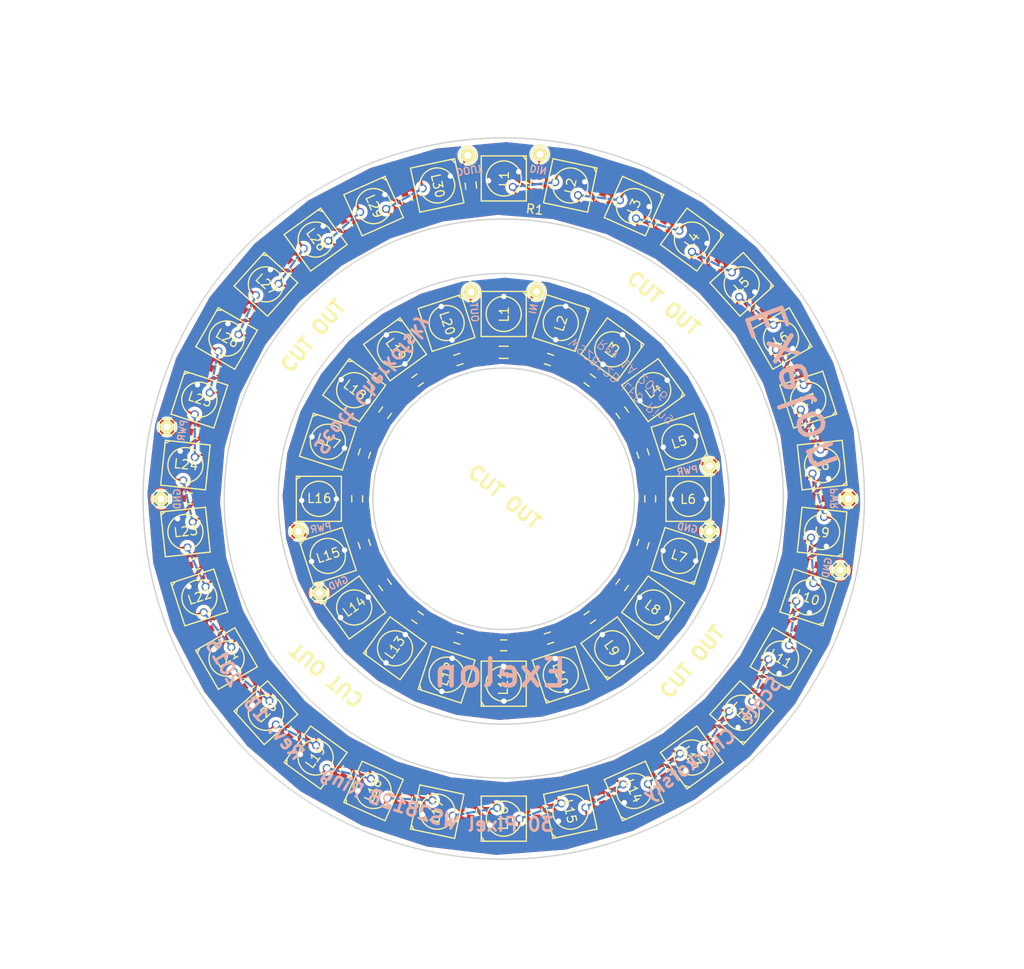
<source format=kicad_pcb>
(kicad_pcb (version 4) (host pcbnew 4.0.1-stable)
  (title_block (title "WS2812B LED Ring 30cnt") (rev A1) (company Exelon) (comment 1 "Author: Scott Cherkofsky"))
  (layers (0 F.Cu signal) (31 B.Cu signal) (34 B.Paste user) (35 F.Paste user) (36 B.SilkS user) (37 F.SilkS user) (38 B.Mask user) (39 F.Mask user) (44 Edge.Cuts user))
  (net 0 "")
  (net 1 GND)
  (net 2 "Net-(L1-Pad4)")
  (net 3 "Net-(L1-Pad2)")
  (net 4 "Net-(L2-Pad2)")
  (net 5 "Net-(L27-Pad2)")
  (net 6 "Net-(L10-Pad4)")
  (net 7 "Net-(L28-Pad2)")
  (net 8 "Net-(L29-Pad2)")
  (net 9 "Net-(L20-Pad2)")
  (net 10 "Net-(L10-Pad2)")
  (net 11 "Net-(L11-Pad2)")
  (net 12 "Net-(L12-Pad2)")
  (net 13 "Net-(L13-Pad2)")
  (net 14 "Net-(L14-Pad2)")
  (net 15 "Net-(L15-Pad2)")
  (net 16 "Net-(L16-Pad2)")
  (net 17 "Net-(L17-Pad2)")
  (net 18 "Net-(L18-Pad2)")
  (net 19 "Net-(L19-Pad2)")
  (net 20 "Net-(L21-Pad2)")
  (net 21 "Net-(L22-Pad2)")
  (net 22 "Net-(L23-Pad2)")
  (net 23 "Net-(L24-Pad2)")
  (net 24 "Net-(L25-Pad2)")
  (net 25 "Net-(L3-Pad2)")
  (net 26 "Net-(L4-Pad2)")
  (net 27 "Net-(L5-Pad2)")
  (net 28 "Net-(L6-Pad2)")
  (net 29 "Net-(L7-Pad2)")
  (net 30 "Net-(L8-Pad2)")
  (net 31 "Net-(L26-Pad2)")
  (net 32 +5V)
  (net 33 OUT_30Pixel)
  (net 34 IN_30Pixel)
  (net 35 OUT_20Pixel)
  (net 36 IN_20Pixel)
  (module Capacitors_SMD:C_0603_HandSoldering (layer F.Cu) (at 174.542701 121.395715 132)
    (fp_text reference C12 hide)
    (fp_text value 104 hide)
    (pad 1 smd rect (at -0.95 0 132) (size 1.2 0.75) (layers F.Cu F.Paste F.Mask) (net 32 +5V))
    (pad 2 smd rect (at 0.95 0 132) (size 1.2 0.75) (layers F.Cu F.Paste F.Mask) (net 1 GND))
  )
  (module Capacitors_SMD:C_0603_HandSoldering (layer F.Cu) (at 161.974608 62.268099 252)
    (fp_text reference C2 hide)
    (fp_text value 104 hide)
    (pad 1 smd rect (at -0.95 0 252) (size 1.2 0.75) (layers F.Cu F.Paste F.Mask) (net 32 +5V))
    (pad 2 smd rect (at 0.95 0 252) (size 1.2 0.75) (layers F.Cu F.Paste F.Mask) (net 1 GND))
  )
  (module Capacitors_SMD:C_0603_HandSoldering (layer F.Cu) (at 168.639925 65.23567 240)
    (fp_text reference C3 hide)
    (fp_text value 104 hide)
    (pad 1 smd rect (at -0.95 0 240) (size 1.2 0.75) (layers F.Cu F.Paste F.Mask) (net 32 +5V))
    (pad 2 smd rect (at 0.95 0 240) (size 1.2 0.75) (layers F.Cu F.Paste F.Mask) (net 1 GND))
  )
  (module Capacitors_SMD:C_0603_HandSoldering (layer F.Cu) (at 174.542596 69.52419 228)
    (fp_text reference C4 hide)
    (fp_text value 104 hide)
    (pad 1 smd rect (at -0.95 0 228) (size 1.2 0.75) (layers F.Cu F.Paste F.Mask) (net 32 +5V))
    (pad 2 smd rect (at 0.95 0 228) (size 1.2 0.75) (layers F.Cu F.Paste F.Mask) (net 1 GND))
  )
  (module Capacitors_SMD:C_0603_HandSoldering (layer F.Cu) (at 179.424646 74.94623 216)
    (fp_text reference C5 hide)
    (fp_text value 104 hide)
    (pad 1 smd rect (at -0.95 0 216) (size 1.2 0.75) (layers F.Cu F.Paste F.Mask) (net 32 +5V))
    (pad 2 smd rect (at 0.95 0 216) (size 1.2 0.75) (layers F.Cu F.Paste F.Mask) (net 1 GND))
  )
  (module Capacitors_SMD:C_0603_HandSoldering (layer F.Cu) (at 183.072705 81.264821 204)
    (fp_text reference C6 hide)
    (fp_text value 104 hide)
    (pad 1 smd rect (at -0.95 0 204) (size 1.2 0.75) (layers F.Cu F.Paste F.Mask) (net 32 +5V))
    (pad 2 smd rect (at 0.95 0 204) (size 1.2 0.75) (layers F.Cu F.Paste F.Mask) (net 1 GND))
  )
  (module Capacitors_SMD:C_0603_HandSoldering (layer F.Cu) (at 185.327335 88.203809 192)
    (fp_text reference C7 hide)
    (fp_text value 104 hide)
    (pad 1 smd rect (at -0.95 0 192) (size 1.2 0.75) (layers F.Cu F.Paste F.Mask) (net 32 +5V))
    (pad 2 smd rect (at 0.95 0 192) (size 1.2 0.75) (layers F.Cu F.Paste F.Mask) (net 1 GND))
  )
  (module Capacitors_SMD:C_0603_HandSoldering (layer F.Cu) (at 186.089999 95.459929 180)
    (fp_text reference C8 hide)
    (fp_text value 104 hide)
    (pad 1 smd rect (at -0.95 0 180) (size 1.2 0.75) (layers F.Cu F.Paste F.Mask) (net 32 +5V))
    (pad 2 smd rect (at 0.95 0 180) (size 1.2 0.75) (layers F.Cu F.Paste F.Mask) (net 1 GND))
  )
  (module Capacitors_SMD:C_0603_HandSoldering (layer F.Cu) (at 185.327365 102.716052 168)
    (fp_text reference C9 hide)
    (fp_text value 104 hide)
    (pad 1 smd rect (at -0.95 0 168) (size 1.2 0.75) (layers F.Cu F.Paste F.Mask) (net 32 +5V))
    (pad 2 smd rect (at 0.95 0 168) (size 1.2 0.75) (layers F.Cu F.Paste F.Mask) (net 1 GND))
  )
  (module Capacitors_SMD:C_0603_HandSoldering (layer F.Cu) (at 183.072762 109.65505 156)
    (fp_text reference C10 hide)
    (fp_text value 104 hide)
    (pad 1 smd rect (at -0.95 0 156) (size 1.2 0.75) (layers F.Cu F.Paste F.Mask) (net 32 +5V))
    (pad 2 smd rect (at 0.95 0 156) (size 1.2 0.75) (layers F.Cu F.Paste F.Mask) (net 1 GND))
  )
  (module Capacitors_SMD:C_0603_HandSoldering (layer F.Cu) (at 179.424729 115.973655 144)
    (fp_text reference C11 hide)
    (fp_text value 104 hide)
    (pad 1 smd rect (at -0.95 0 144) (size 1.2 0.75) (layers F.Cu F.Paste F.Mask) (net 32 +5V))
    (pad 2 smd rect (at 0.95 0 144) (size 1.2 0.75) (layers F.Cu F.Paste F.Mask) (net 1 GND))
  )
  (module Capacitors_SMD:C_0603_HandSoldering (layer F.Cu) (at 168.640047 125.684259 120)
    (fp_text reference C13 hide)
    (fp_text value 104 hide)
    (pad 1 smd rect (at -0.95 0 120) (size 1.2 0.75) (layers F.Cu F.Paste F.Mask) (net 32 +5V))
    (pad 2 smd rect (at 0.95 0 120) (size 1.2 0.75) (layers F.Cu F.Paste F.Mask) (net 1 GND))
  )
  (module Capacitors_SMD:C_0603_HandSoldering (layer F.Cu) (at 161.974742 128.651856 108)
    (fp_text reference C14 hide)
    (fp_text value 104 hide)
    (pad 1 smd rect (at -0.95 0 108) (size 1.2 0.75) (layers F.Cu F.Paste F.Mask) (net 32 +5V))
    (pad 2 smd rect (at 0.95 0 108) (size 1.2 0.75) (layers F.Cu F.Paste F.Mask) (net 1 GND))
  )
  (module Capacitors_SMD:C_0603_HandSoldering (layer F.Cu) (at 154.838091 130.168809 96)
    (fp_text reference C15 hide)
    (fp_text value 104 hide)
    (pad 1 smd rect (at -0.95 0 96) (size 1.2 0.75) (layers F.Cu F.Paste F.Mask) (net 32 +5V))
    (pad 2 smd rect (at 0.95 0 96) (size 1.2 0.75) (layers F.Cu F.Paste F.Mask) (net 1 GND))
  )
  (module Capacitors_SMD:C_0603_HandSoldering (layer F.Cu) (at 147.542001 130.168818 84)
    (fp_text reference C16 hide)
    (fp_text value 104 hide)
    (pad 1 smd rect (at -0.95 0 84) (size 1.2 0.75) (layers F.Cu F.Paste F.Mask) (net 32 +5V))
    (pad 2 smd rect (at 0.95 0 84) (size 1.2 0.75) (layers F.Cu F.Paste F.Mask) (net 1 GND))
  )
  (module Capacitors_SMD:C_0603_HandSoldering (layer F.Cu) (at 140.405347 128.651885 72)
    (fp_text reference C17 hide)
    (fp_text value 104 hide)
    (pad 1 smd rect (at -0.95 0 72) (size 1.2 0.75) (layers F.Cu F.Paste F.Mask) (net 32 +5V))
    (pad 2 smd rect (at 0.95 0 72) (size 1.2 0.75) (layers F.Cu F.Paste F.Mask) (net 1 GND))
  )
  (module Capacitors_SMD:C_0603_HandSoldering (layer F.Cu) (at 133.740033 125.684306 60)
    (fp_text reference C18 hide)
    (fp_text value 104 hide)
    (pad 1 smd rect (at -0.95 0 60) (size 1.2 0.75) (layers F.Cu F.Paste F.Mask) (net 32 +5V))
    (pad 2 smd rect (at 0.95 0 60) (size 1.2 0.75) (layers F.Cu F.Paste F.Mask) (net 1 GND))
  )
  (module Capacitors_SMD:C_0603_HandSoldering (layer F.Cu) (at 127.837368 121.395778 48)
    (fp_text reference C19 hide)
    (fp_text value 104 hide)
    (pad 1 smd rect (at -0.95 0 48) (size 1.2 0.75) (layers F.Cu F.Paste F.Mask) (net 32 +5V))
    (pad 2 smd rect (at 0.95 0 48) (size 1.2 0.75) (layers F.Cu F.Paste F.Mask) (net 1 GND))
  )
  (module Capacitors_SMD:C_0603_HandSoldering (layer F.Cu) (at 122.955326 115.973731 36)
    (fp_text reference C20 hide)
    (fp_text value 104 hide)
    (pad 1 smd rect (at -0.95 0 36) (size 1.2 0.75) (layers F.Cu F.Paste F.Mask) (net 32 +5V))
    (pad 2 smd rect (at 0.95 0 36) (size 1.2 0.75) (layers F.Cu F.Paste F.Mask) (net 1 GND))
  )
  (module Capacitors_SMD:C_0603_HandSoldering (layer F.Cu) (at 119.307275 109.655136 24)
    (fp_text reference C21 hide)
    (fp_text value 104 hide)
    (pad 1 smd rect (at -0.95 0 24) (size 1.2 0.75) (layers F.Cu F.Paste F.Mask) (net 32 +5V))
    (pad 2 smd rect (at 0.95 0 24) (size 1.2 0.75) (layers F.Cu F.Paste F.Mask) (net 1 GND))
  )
  (module Capacitors_SMD:C_0603_HandSoldering (layer F.Cu) (at 117.052654 102.716144 12)
    (fp_text reference C22 hide)
    (fp_text value 104 hide)
    (pad 1 smd rect (at -0.95 0 12) (size 1.2 0.75) (layers F.Cu F.Paste F.Mask) (net 32 +5V))
    (pad 2 smd rect (at 0.95 0 12) (size 1.2 0.75) (layers F.Cu F.Paste F.Mask) (net 1 GND))
  )
  (module Capacitors_SMD:C_0603_HandSoldering (layer F.Cu) (at 116.29 95.460023)
    (fp_text reference C23 hide)
    (fp_text value 104 hide)
    (pad 1 smd rect (at -0.95 0) (size 1.2 0.75) (layers F.Cu F.Paste F.Mask) (net 32 +5V))
    (pad 2 smd rect (at 0.95 0) (size 1.2 0.75) (layers F.Cu F.Paste F.Mask) (net 1 GND))
  )
  (module Capacitors_SMD:C_0603_HandSoldering (layer F.Cu) (at 117.052644 88.203901 348)
    (fp_text reference C24 hide)
    (fp_text value 104 hide)
    (pad 1 smd rect (at -0.95 0 348) (size 1.2 0.75) (layers F.Cu F.Paste F.Mask) (net 32 +5V))
    (pad 2 smd rect (at 0.95 0 348) (size 1.2 0.75) (layers F.Cu F.Paste F.Mask) (net 1 GND))
  )
  (module Capacitors_SMD:C_0603_HandSoldering (layer F.Cu) (at 119.307256 81.264906 336)
    (fp_text reference C25 hide)
    (fp_text value 104 hide)
    (pad 1 smd rect (at -0.95 0 336) (size 1.2 0.75) (layers F.Cu F.Paste F.Mask) (net 32 +5V))
    (pad 2 smd rect (at 0.95 0 336) (size 1.2 0.75) (layers F.Cu F.Paste F.Mask) (net 1 GND))
  )
  (module Capacitors_SMD:C_0603_HandSoldering (layer F.Cu) (at 122.955298 74.946306 324)
    (fp_text reference C26 hide)
    (fp_text value 104 hide)
    (pad 1 smd rect (at -0.95 0 324) (size 1.2 0.75) (layers F.Cu F.Paste F.Mask) (net 32 +5V))
    (pad 2 smd rect (at 0.95 0 324) (size 1.2 0.75) (layers F.Cu F.Paste F.Mask) (net 1 GND))
  )
  (module Capacitors_SMD:C_0603_HandSoldering (layer F.Cu) (at 127.837333 69.524252 312)
    (fp_text reference C27 hide)
    (fp_text value 104 hide)
    (pad 1 smd rect (at -0.95 0 312) (size 1.2 0.75) (layers F.Cu F.Paste F.Mask) (net 32 +5V))
    (pad 2 smd rect (at 0.95 0 312) (size 1.2 0.75) (layers F.Cu F.Paste F.Mask) (net 1 GND))
  )
  (module Capacitors_SMD:C_0603_HandSoldering (layer F.Cu) (at 133.739993 65.235717 300)
    (fp_text reference C28 hide)
    (fp_text value 104 hide)
    (pad 1 smd rect (at -0.95 0 300) (size 1.2 0.75) (layers F.Cu F.Paste F.Mask) (net 32 +5V))
    (pad 2 smd rect (at 0.95 0 300) (size 1.2 0.75) (layers F.Cu F.Paste F.Mask) (net 1 GND))
  )
  (module Capacitors_SMD:C_0603_HandSoldering (layer F.Cu) (at 140.405302 62.268129 288)
    (fp_text reference C29 hide)
    (fp_text value 104 hide)
    (pad 1 smd rect (at -0.95 0 288) (size 1.2 0.75) (layers F.Cu F.Paste F.Mask) (net 32 +5V))
    (pad 2 smd rect (at 0.95 0 288) (size 1.2 0.75) (layers F.Cu F.Paste F.Mask) (net 1 GND))
  )
  (module Capacitors_SMD:C_0603_HandSoldering (layer F.Cu) (at 147.541955 60.751186 276)
    (fp_text reference C30 hide)
    (fp_text value 104 hide)
    (pad 1 smd rect (at -0.95 0 276) (size 1.2 0.75) (layers F.Cu F.Paste F.Mask) (net 32 +5V))
    (pad 2 smd rect (at 0.95 0 276) (size 1.2 0.75) (layers F.Cu F.Paste F.Mask) (net 1 GND))
  )
  (module ThroughHolePads:1pin_0.762drill (layer F.Cu) (at 113.84 87.52)
    (fp_text reference P1 hide)
    (fp_text value CONN_01X01 hide)
    (pad 1 thru_hole circle (at 0 0) (size 1.524 1.524) (drill 0.762) (layers *.Cu *.Mask F.SilkS) (net 32 +5V))
  )
  (module ThroughHolePads:1pin_0.762drill (layer F.Cu) (at 155.19 57.28)
    (fp_text reference P2 hide)
    (fp_text value CONN_01X01 hide)
    (pad 1 thru_hole circle (at 0 0) (size 1.524 1.524) (drill 0.762) (layers *.Cu *.Mask F.SilkS) (net 34 IN_30Pixel))
  )
  (module ThroughHolePads:1pin_0.762drill (layer F.Cu) (at 113.17 95.51)
    (fp_text reference P3 hide)
    (fp_text value CONN_01X01 hide)
    (pad 1 thru_hole circle (at 0 0) (size 1.524 1.524) (drill 0.762) (layers *.Cu *.Mask F.SilkS) (net 1 GND))
  )
  (module ThroughHolePads:1pin_0.762drill (layer F.Cu) (at 189.39 95.49)
    (fp_text reference P4 hide)
    (fp_text value CONN_01X01 hide)
    (pad 1 thru_hole circle (at 0 0) (size 1.524 1.524) (drill 0.762) (layers *.Cu *.Mask F.SilkS) (net 32 +5V))
  )
  (module ThroughHolePads:1pin_0.762drill (layer F.Cu) (at 188.51 103.4)
    (fp_text reference P5 hide)
    (fp_text value CONN_01X01 hide)
    (pad 1 thru_hole circle (at 0 0) (size 1.524 1.524) (drill 0.762) (layers *.Cu *.Mask F.SilkS) (net 1 GND))
  )
  (module ThroughHolePads:1pin_0.762drill (layer F.Cu) (at 147.2 57.4)
    (fp_text reference P6 hide)
    (fp_text value CONN_01X01 hide)
    (pad 1 thru_hole circle (at 0 0) (size 1.524 1.524) (drill 0.762) (layers *.Cu *.Mask F.SilkS) (net 33 OUT_30Pixel))
  )
  (module Resistors_SMD:R_0603_HandSoldering (layer F.Cu) (at 154.86 60.58 84)
    (fp_text reference R1 (at -2.829639 0.056085 174) (layer F.SilkS))
    (fp_text value 471 hide)
    (pad 1 smd rect (at -1.1 0 84) (size 1.2 0.9) (layers F.Cu F.Paste F.Mask) (net 2 "Net-(L1-Pad4)"))
    (pad 2 smd rect (at 1.1 0 84) (size 1.2 0.9) (layers F.Cu F.Paste F.Mask) (net 34 IN_30Pixel))
  )
  (module NeoPixel:WS2812B (layer F.Cu) (at 136.750843 63.029138 114)
    (fp_text reference L29 (at -0.05 0.05 114) (layer F.SilkS))
    (fp_text value WS2812B hide)
    (pad 4 smd rect (at 2.45 -1.65 114) (size 1.5 0.9) (layers F.Cu F.Paste F.Mask) (net 7 "Net-(L28-Pad2)"))
    (pad 3 smd rect (at 2.45 1.65 114) (size 1.5 0.9) (layers F.Cu F.Paste F.Mask) (net 1 GND))
    (pad 1 smd rect (at -2.45 -1.65 114) (size 1.5 0.9) (layers F.Cu F.Paste F.Mask) (net 32 +5V))
    (pad 2 smd rect (at -2.45 1.65 114) (size 1.5 0.9) (layers F.Cu F.Paste F.Mask) (net 8 "Net-(L29-Pad2)"))
  )
  (module NeoPixel:WS2812B (layer F.Cu) (at 130.323615 66.739902 126)
    (fp_text reference L28 (at -0.05 0.05 126) (layer F.SilkS))
    (fp_text value WS2812B hide)
    (pad 4 smd rect (at 2.45 -1.65 126) (size 1.5 0.9) (layers F.Cu F.Paste F.Mask) (net 5 "Net-(L27-Pad2)"))
    (pad 3 smd rect (at 2.45 1.65 126) (size 1.5 0.9) (layers F.Cu F.Paste F.Mask) (net 1 GND))
    (pad 1 smd rect (at -2.45 -1.65 126) (size 1.5 0.9) (layers F.Cu F.Paste F.Mask) (net 32 +5V))
    (pad 2 smd rect (at -2.45 1.65 126) (size 1.5 0.9) (layers F.Cu F.Paste F.Mask) (net 7 "Net-(L28-Pad2)"))
  )
  (module NeoPixel:WS2812B (layer F.Cu) (at 124.80835 71.705872 138)
    (fp_text reference L27 (at -0.05 0.05 138) (layer F.SilkS))
    (fp_text value WS2812B hide)
    (pad 4 smd rect (at 2.45 -1.65 138) (size 1.5 0.9) (layers F.Cu F.Paste F.Mask) (net 31 "Net-(L26-Pad2)"))
    (pad 3 smd rect (at 2.45 1.65 138) (size 1.5 0.9) (layers F.Cu F.Paste F.Mask) (net 1 GND))
    (pad 1 smd rect (at -2.45 -1.65 138) (size 1.5 0.9) (layers F.Cu F.Paste F.Mask) (net 32 +5V))
    (pad 2 smd rect (at -2.45 1.65 138) (size 1.5 0.9) (layers F.Cu F.Paste F.Mask) (net 5 "Net-(L27-Pad2)"))
  )
  (module NeoPixel:WS2812B (layer F.Cu) (at 120.44609 77.710013 150)
    (fp_text reference L26 (at -0.05 0.05 150) (layer F.SilkS))
    (fp_text value WS2812B hide)
    (pad 4 smd rect (at 2.45 -1.65 150) (size 1.5 0.9) (layers F.Cu F.Paste F.Mask) (net 24 "Net-(L25-Pad2)"))
    (pad 3 smd rect (at 2.45 1.65 150) (size 1.5 0.9) (layers F.Cu F.Paste F.Mask) (net 1 GND))
    (pad 1 smd rect (at -2.45 -1.65 150) (size 1.5 0.9) (layers F.Cu F.Paste F.Mask) (net 32 +5V))
    (pad 2 smd rect (at -2.45 1.65 150) (size 1.5 0.9) (layers F.Cu F.Paste F.Mask) (net 31 "Net-(L26-Pad2)"))
  )
  (module NeoPixel:WS2812B (layer F.Cu) (at 117.427487 84.489914 162)
    (fp_text reference L25 (at -0.05 0.05 162) (layer F.SilkS))
    (fp_text value WS2812B hide)
    (pad 4 smd rect (at 2.45 -1.65 162) (size 1.5 0.9) (layers F.Cu F.Paste F.Mask) (net 23 "Net-(L24-Pad2)"))
    (pad 3 smd rect (at 2.45 1.65 162) (size 1.5 0.9) (layers F.Cu F.Paste F.Mask) (net 1 GND))
    (pad 1 smd rect (at -2.45 -1.65 162) (size 1.5 0.9) (layers F.Cu F.Paste F.Mask) (net 32 +5V))
    (pad 2 smd rect (at -2.45 1.65 162) (size 1.5 0.9) (layers F.Cu F.Paste F.Mask) (net 24 "Net-(L25-Pad2)"))
  )
  (module NeoPixel:WS2812B (layer F.Cu) (at 115.88447 91.749261 174)
    (fp_text reference L24 (at -0.05 0.05 174) (layer F.SilkS))
    (fp_text value WS2812B hide)
    (pad 4 smd rect (at 2.45 -1.65 174) (size 1.5 0.9) (layers F.Cu F.Paste F.Mask) (net 22 "Net-(L23-Pad2)"))
    (pad 3 smd rect (at 2.45 1.65 174) (size 1.5 0.9) (layers F.Cu F.Paste F.Mask) (net 1 GND))
    (pad 1 smd rect (at -2.45 -1.65 174) (size 1.5 0.9) (layers F.Cu F.Paste F.Mask) (net 32 +5V))
    (pad 2 smd rect (at -2.45 1.65 174) (size 1.5 0.9) (layers F.Cu F.Paste F.Mask) (net 23 "Net-(L24-Pad2)"))
  )
  (module NeoPixel:WS2812B (layer F.Cu) (at 115.884475 99.170785 186)
    (fp_text reference L23 (at -0.05 0.05 186) (layer F.SilkS))
    (fp_text value WS2812B hide)
    (pad 4 smd rect (at 2.45 -1.65 186) (size 1.5 0.9) (layers F.Cu F.Paste F.Mask) (net 21 "Net-(L22-Pad2)"))
    (pad 3 smd rect (at 2.45 1.65 186) (size 1.5 0.9) (layers F.Cu F.Paste F.Mask) (net 1 GND))
    (pad 1 smd rect (at -2.45 -1.65 186) (size 1.5 0.9) (layers F.Cu F.Paste F.Mask) (net 32 +5V))
    (pad 2 smd rect (at -2.45 1.65 186) (size 1.5 0.9) (layers F.Cu F.Paste F.Mask) (net 22 "Net-(L23-Pad2)"))
  )
  (module NeoPixel:WS2812B (layer F.Cu) (at 117.427502 106.43013 198)
    (fp_text reference L22 (at -0.05 0.05 198) (layer F.SilkS))
    (fp_text value WS2812B hide)
    (pad 4 smd rect (at 2.45 -1.65 198) (size 1.5 0.9) (layers F.Cu F.Paste F.Mask) (net 20 "Net-(L21-Pad2)"))
    (pad 3 smd rect (at 2.45 1.65 198) (size 1.5 0.9) (layers F.Cu F.Paste F.Mask) (net 1 GND))
    (pad 1 smd rect (at -2.45 -1.65 198) (size 1.5 0.9) (layers F.Cu F.Paste F.Mask) (net 32 +5V))
    (pad 2 smd rect (at -2.45 1.65 198) (size 1.5 0.9) (layers F.Cu F.Paste F.Mask) (net 21 "Net-(L22-Pad2)"))
  )
  (module NeoPixel:WS2812B (layer F.Cu) (at 120.446114 113.210027 210)
    (fp_text reference L21 (at -0.05 0.05 210) (layer F.SilkS))
    (fp_text value WS2812B hide)
    (pad 4 smd rect (at 2.45 -1.65 210) (size 1.5 0.9) (layers F.Cu F.Paste F.Mask) (net 9 "Net-(L20-Pad2)"))
    (pad 3 smd rect (at 2.45 1.65 210) (size 1.5 0.9) (layers F.Cu F.Paste F.Mask) (net 1 GND))
    (pad 1 smd rect (at -2.45 -1.65 210) (size 1.5 0.9) (layers F.Cu F.Paste F.Mask) (net 32 +5V))
    (pad 2 smd rect (at -2.45 1.65 210) (size 1.5 0.9) (layers F.Cu F.Paste F.Mask) (net 20 "Net-(L21-Pad2)"))
  )
  (module NeoPixel:WS2812B (layer F.Cu) (at 124.808382 119.214162 222)
    (fp_text reference L20 (at -0.05 0.05 222) (layer F.SilkS))
    (fp_text value WS2812B hide)
    (pad 4 smd rect (at 2.45 -1.65 222) (size 1.5 0.9) (layers F.Cu F.Paste F.Mask) (net 19 "Net-(L19-Pad2)"))
    (pad 3 smd rect (at 2.45 1.65 222) (size 1.5 0.9) (layers F.Cu F.Paste F.Mask) (net 1 GND))
    (pad 1 smd rect (at -2.45 -1.65 222) (size 1.5 0.9) (layers F.Cu F.Paste F.Mask) (net 32 +5V))
    (pad 2 smd rect (at -2.45 1.65 222) (size 1.5 0.9) (layers F.Cu F.Paste F.Mask) (net 9 "Net-(L20-Pad2)"))
  )
  (module NeoPixel:WS2812B (layer F.Cu) (at 130.323654 124.180125 234)
    (fp_text reference L19 (at -0.05 0.05 234) (layer F.SilkS))
    (fp_text value WS2812B hide)
    (pad 4 smd rect (at 2.45 -1.65 234) (size 1.5 0.9) (layers F.Cu F.Paste F.Mask) (net 18 "Net-(L18-Pad2)"))
    (pad 3 smd rect (at 2.45 1.65 234) (size 1.5 0.9) (layers F.Cu F.Paste F.Mask) (net 1 GND))
    (pad 1 smd rect (at -2.45 -1.65 234) (size 1.5 0.9) (layers F.Cu F.Paste F.Mask) (net 32 +5V))
    (pad 2 smd rect (at -2.45 1.65 234) (size 1.5 0.9) (layers F.Cu F.Paste F.Mask) (net 19 "Net-(L19-Pad2)"))
  )
  (module NeoPixel:WS2812B (layer F.Cu) (at 136.750887 127.89088 246)
    (fp_text reference L18 (at -0.05 0.05 246) (layer F.SilkS))
    (fp_text value WS2812B hide)
    (pad 4 smd rect (at 2.45 -1.65 246) (size 1.5 0.9) (layers F.Cu F.Paste F.Mask) (net 17 "Net-(L17-Pad2)"))
    (pad 3 smd rect (at 2.45 1.65 246) (size 1.5 0.9) (layers F.Cu F.Paste F.Mask) (net 1 GND))
    (pad 1 smd rect (at -2.45 -1.65 246) (size 1.5 0.9) (layers F.Cu F.Paste F.Mask) (net 32 +5V))
    (pad 2 smd rect (at -2.45 1.65 246) (size 1.5 0.9) (layers F.Cu F.Paste F.Mask) (net 18 "Net-(L18-Pad2)"))
  )
  (module NeoPixel:WS2812B (layer F.Cu) (at 143.809178 130.184249 258)
    (fp_text reference L17 (at -0.05 0.05 258) (layer F.SilkS))
    (fp_text value WS2812B hide)
    (pad 4 smd rect (at 2.45 -1.65 258) (size 1.5 0.9) (layers F.Cu F.Paste F.Mask) (net 16 "Net-(L16-Pad2)"))
    (pad 3 smd rect (at 2.45 1.65 258) (size 1.5 0.9) (layers F.Cu F.Paste F.Mask) (net 1 GND))
    (pad 1 smd rect (at -2.45 -1.65 258) (size 1.5 0.9) (layers F.Cu F.Paste F.Mask) (net 32 +5V))
    (pad 2 smd rect (at -2.45 1.65 258) (size 1.5 0.9) (layers F.Cu F.Paste F.Mask) (net 17 "Net-(L17-Pad2)"))
  )
  (module NeoPixel:WS2812B (layer F.Cu) (at 151.190047 130.959999 270)
    (fp_text reference L16 (at -0.05 0.05 270) (layer F.SilkS))
    (fp_text value WS2812B hide)
    (pad 4 smd rect (at 2.45 -1.65 270) (size 1.5 0.9) (layers F.Cu F.Paste F.Mask) (net 15 "Net-(L15-Pad2)"))
    (pad 3 smd rect (at 2.45 1.65 270) (size 1.5 0.9) (layers F.Cu F.Paste F.Mask) (net 1 GND))
    (pad 1 smd rect (at -2.45 -1.65 270) (size 1.5 0.9) (layers F.Cu F.Paste F.Mask) (net 32 +5V))
    (pad 2 smd rect (at -2.45 1.65 270) (size 1.5 0.9) (layers F.Cu F.Paste F.Mask) (net 16 "Net-(L16-Pad2)"))
  )
  (module NeoPixel:WS2812B (layer F.Cu) (at 158.570914 130.184229 282)
    (fp_text reference L15 (at -0.05 0.05 282) (layer F.SilkS))
    (fp_text value WS2812B hide)
    (pad 4 smd rect (at 2.45 -1.65 282) (size 1.5 0.9) (layers F.Cu F.Paste F.Mask) (net 14 "Net-(L14-Pad2)"))
    (pad 3 smd rect (at 2.45 1.65 282) (size 1.5 0.9) (layers F.Cu F.Paste F.Mask) (net 1 GND))
    (pad 1 smd rect (at -2.45 -1.65 282) (size 1.5 0.9) (layers F.Cu F.Paste F.Mask) (net 32 +5V))
    (pad 2 smd rect (at -2.45 1.65 282) (size 1.5 0.9) (layers F.Cu F.Paste F.Mask) (net 15 "Net-(L15-Pad2)"))
  )
  (module NeoPixel:WS2812B (layer F.Cu) (at 165.6292 127.890841 294)
    (fp_text reference L14 (at -0.05 0.05 294) (layer F.SilkS))
    (fp_text value WS2812B hide)
    (pad 4 smd rect (at 2.45 -1.65 294) (size 1.5 0.9) (layers F.Cu F.Paste F.Mask) (net 13 "Net-(L13-Pad2)"))
    (pad 3 smd rect (at 2.45 1.65 294) (size 1.5 0.9) (layers F.Cu F.Paste F.Mask) (net 1 GND))
    (pad 1 smd rect (at -2.45 -1.65 294) (size 1.5 0.9) (layers F.Cu F.Paste F.Mask) (net 32 +5V))
    (pad 2 smd rect (at -2.45 1.65 294) (size 1.5 0.9) (layers F.Cu F.Paste F.Mask) (net 14 "Net-(L14-Pad2)"))
  )
  (module NeoPixel:WS2812B (layer F.Cu) (at 177.571681 119.214091 318)
    (fp_text reference L12 (at -0.05 0.05 318) (layer F.SilkS))
    (fp_text value WS2812B hide)
    (pad 4 smd rect (at 2.45 -1.65 318) (size 1.5 0.9) (layers F.Cu F.Paste F.Mask) (net 11 "Net-(L11-Pad2)"))
    (pad 3 smd rect (at 2.45 1.65 318) (size 1.5 0.9) (layers F.Cu F.Paste F.Mask) (net 1 GND))
    (pad 1 smd rect (at -2.45 -1.65 318) (size 1.5 0.9) (layers F.Cu F.Paste F.Mask) (net 32 +5V))
    (pad 2 smd rect (at -2.45 1.65 318) (size 1.5 0.9) (layers F.Cu F.Paste F.Mask) (net 12 "Net-(L12-Pad2)"))
  )
  (module NeoPixel:WS2812B (layer F.Cu) (at 181.933933 113.209944 330)
    (fp_text reference L11 (at -0.05 0.05 330) (layer F.SilkS))
    (fp_text value WS2812B hide)
    (pad 4 smd rect (at 2.45 -1.65 330) (size 1.5 0.9) (layers F.Cu F.Paste F.Mask) (net 10 "Net-(L10-Pad2)"))
    (pad 3 smd rect (at 2.45 1.65 330) (size 1.5 0.9) (layers F.Cu F.Paste F.Mask) (net 1 GND))
    (pad 1 smd rect (at -2.45 -1.65 330) (size 1.5 0.9) (layers F.Cu F.Paste F.Mask) (net 32 +5V))
    (pad 2 smd rect (at -2.45 1.65 330) (size 1.5 0.9) (layers F.Cu F.Paste F.Mask) (net 11 "Net-(L11-Pad2)"))
  )
  (module NeoPixel:WS2812B (layer F.Cu) (at 184.952527 106.430039 342)
    (fp_text reference L10 (at -0.05 0.05 342) (layer F.SilkS))
    (fp_text value WS2812B hide)
    (pad 4 smd rect (at 2.45 -1.65 342) (size 1.5 0.9) (layers F.Cu F.Paste F.Mask) (net 6 "Net-(L10-Pad4)"))
    (pad 3 smd rect (at 2.45 1.65 342) (size 1.5 0.9) (layers F.Cu F.Paste F.Mask) (net 1 GND))
    (pad 1 smd rect (at -2.45 -1.65 342) (size 1.5 0.9) (layers F.Cu F.Paste F.Mask) (net 32 +5V))
    (pad 2 smd rect (at -2.45 1.65 342) (size 1.5 0.9) (layers F.Cu F.Paste F.Mask) (net 10 "Net-(L10-Pad2)"))
  )
  (module NeoPixel:WS2812B (layer F.Cu) (at 186.495534 99.17069 354)
    (fp_text reference L9 (at -0.05 0.05 354) (layer F.SilkS))
    (fp_text value WS2812B hide)
    (pad 4 smd rect (at 2.45 -1.65 354) (size 1.5 0.9) (layers F.Cu F.Paste F.Mask) (net 30 "Net-(L8-Pad2)"))
    (pad 3 smd rect (at 2.45 1.65 354) (size 1.5 0.9) (layers F.Cu F.Paste F.Mask) (net 1 GND))
    (pad 1 smd rect (at -2.45 -1.65 354) (size 1.5 0.9) (layers F.Cu F.Paste F.Mask) (net 32 +5V))
    (pad 2 smd rect (at -2.45 1.65 354) (size 1.5 0.9) (layers F.Cu F.Paste F.Mask) (net 6 "Net-(L10-Pad4)"))
  )
  (module NeoPixel:WS2812B (layer F.Cu) (at 186.495519 91.749166 6)
    (fp_text reference L8 (at -0.05 0.05 6) (layer F.SilkS))
    (fp_text value WS2812B hide)
    (pad 4 smd rect (at 2.45 -1.65 6) (size 1.5 0.9) (layers F.Cu F.Paste F.Mask) (net 29 "Net-(L7-Pad2)"))
    (pad 3 smd rect (at 2.45 1.65 6) (size 1.5 0.9) (layers F.Cu F.Paste F.Mask) (net 1 GND))
    (pad 1 smd rect (at -2.45 -1.65 6) (size 1.5 0.9) (layers F.Cu F.Paste F.Mask) (net 32 +5V))
    (pad 2 smd rect (at -2.45 1.65 6) (size 1.5 0.9) (layers F.Cu F.Paste F.Mask) (net 30 "Net-(L8-Pad2)"))
  )
  (module NeoPixel:WS2812B (layer F.Cu) (at 184.952482 84.489823 18)
    (fp_text reference L7 (at -0.05 0.05 18) (layer F.SilkS))
    (fp_text value WS2812B hide)
    (pad 4 smd rect (at 2.45 -1.65 18) (size 1.5 0.9) (layers F.Cu F.Paste F.Mask) (net 28 "Net-(L6-Pad2)"))
    (pad 3 smd rect (at 2.45 1.65 18) (size 1.5 0.9) (layers F.Cu F.Paste F.Mask) (net 1 GND))
    (pad 1 smd rect (at -2.45 -1.65 18) (size 1.5 0.9) (layers F.Cu F.Paste F.Mask) (net 32 +5V))
    (pad 2 smd rect (at -2.45 1.65 18) (size 1.5 0.9) (layers F.Cu F.Paste F.Mask) (net 29 "Net-(L7-Pad2)"))
  )
  (module NeoPixel:WS2812B (layer F.Cu) (at 177.571585 71.705801 42)
    (fp_text reference L5 (at -0.05 0.05 42) (layer F.SilkS))
    (fp_text value WS2812B hide)
    (pad 4 smd rect (at 2.45 -1.65 42) (size 1.5 0.9) (layers F.Cu F.Paste F.Mask) (net 26 "Net-(L4-Pad2)"))
    (pad 3 smd rect (at 2.45 1.65 42) (size 1.5 0.9) (layers F.Cu F.Paste F.Mask) (net 1 GND))
    (pad 1 smd rect (at -2.45 -1.65 42) (size 1.5 0.9) (layers F.Cu F.Paste F.Mask) (net 32 +5V))
    (pad 2 smd rect (at -2.45 1.65 42) (size 1.5 0.9) (layers F.Cu F.Paste F.Mask) (net 27 "Net-(L5-Pad2)"))
  )
  (module NeoPixel:WS2812B (layer F.Cu) (at 172.056306 66.739846 54)
    (fp_text reference L4 (at -0.05 0.05 54) (layer F.SilkS))
    (fp_text value WS2812B hide)
    (pad 4 smd rect (at 2.45 -1.65 54) (size 1.5 0.9) (layers F.Cu F.Paste F.Mask) (net 25 "Net-(L3-Pad2)"))
    (pad 3 smd rect (at 2.45 1.65 54) (size 1.5 0.9) (layers F.Cu F.Paste F.Mask) (net 1 GND))
    (pad 1 smd rect (at -2.45 -1.65 54) (size 1.5 0.9) (layers F.Cu F.Paste F.Mask) (net 32 +5V))
    (pad 2 smd rect (at -2.45 1.65 54) (size 1.5 0.9) (layers F.Cu F.Paste F.Mask) (net 26 "Net-(L4-Pad2)"))
  )
  (module NeoPixel:WS2812B (layer F.Cu) (at 165.629069 63.029099 66)
    (fp_text reference L3 (at -0.05 0.05 66) (layer F.SilkS))
    (fp_text value WS2812B hide)
    (pad 4 smd rect (at 2.45 -1.65 66) (size 1.5 0.9) (layers F.Cu F.Paste F.Mask) (net 4 "Net-(L2-Pad2)"))
    (pad 3 smd rect (at 2.45 1.65 66) (size 1.5 0.9) (layers F.Cu F.Paste F.Mask) (net 1 GND))
    (pad 1 smd rect (at -2.45 -1.65 66) (size 1.5 0.9) (layers F.Cu F.Paste F.Mask) (net 32 +5V))
    (pad 2 smd rect (at -2.45 1.65 66) (size 1.5 0.9) (layers F.Cu F.Paste F.Mask) (net 25 "Net-(L3-Pad2)"))
  )
  (module NeoPixel:WS2812B (layer F.Cu) (at 158.570774 60.73574 78)
    (fp_text reference L2 (at -0.05 0.05 78) (layer F.SilkS))
    (fp_text value WS2812B hide)
    (pad 4 smd rect (at 2.45 -1.65 78) (size 1.5 0.9) (layers F.Cu F.Paste F.Mask) (net 3 "Net-(L1-Pad2)"))
    (pad 3 smd rect (at 2.45 1.65 78) (size 1.5 0.9) (layers F.Cu F.Paste F.Mask) (net 1 GND))
    (pad 1 smd rect (at -2.45 -1.65 78) (size 1.5 0.9) (layers F.Cu F.Paste F.Mask) (net 32 +5V))
    (pad 2 smd rect (at -2.45 1.65 78) (size 1.5 0.9) (layers F.Cu F.Paste F.Mask) (net 4 "Net-(L2-Pad2)"))
  )
  (module NeoPixel:WS2812B (layer F.Cu) (at 172.056422 124.180069 306)
    (fp_text reference L13 (at -0.05 0.05 306) (layer F.SilkS))
    (fp_text value WS2812B hide)
    (pad 4 smd rect (at 2.45 -1.65 306) (size 1.5 0.9) (layers F.Cu F.Paste F.Mask) (net 12 "Net-(L12-Pad2)"))
    (pad 3 smd rect (at 2.45 1.65 306) (size 1.5 0.9) (layers F.Cu F.Paste F.Mask) (net 1 GND))
    (pad 1 smd rect (at -2.45 -1.65 306) (size 1.5 0.9) (layers F.Cu F.Paste F.Mask) (net 32 +5V))
    (pad 2 smd rect (at -2.45 1.65 306) (size 1.5 0.9) (layers F.Cu F.Paste F.Mask) (net 13 "Net-(L13-Pad2)"))
  )
  (module NeoPixel:WS2812B (layer F.Cu) (at 181.933862 77.709931 30)
    (fp_text reference L6 (at -0.05 0.05 30) (layer F.SilkS))
    (fp_text value WS2812B hide)
    (pad 4 smd rect (at 2.45 -1.65 30) (size 1.5 0.9) (layers F.Cu F.Paste F.Mask) (net 27 "Net-(L5-Pad2)"))
    (pad 3 smd rect (at 2.45 1.65 30) (size 1.5 0.9) (layers F.Cu F.Paste F.Mask) (net 1 GND))
    (pad 1 smd rect (at -2.45 -1.65 30) (size 1.5 0.9) (layers F.Cu F.Paste F.Mask) (net 32 +5V))
    (pad 2 smd rect (at -2.45 1.65 30) (size 1.5 0.9) (layers F.Cu F.Paste F.Mask) (net 28 "Net-(L6-Pad2)"))
  )
  (module NeoPixel:WS2812B (layer F.Cu) (at 151.19 59.96 90)
    (fp_text reference L1 (at -0.05 0.05 90) (layer F.SilkS))
    (fp_text value WS2812B hide)
    (pad 4 smd rect (at 2.45 -1.65 90) (size 1.5 0.9) (layers F.Cu F.Paste F.Mask) (net 2 "Net-(L1-Pad4)"))
    (pad 3 smd rect (at 2.45 1.65 90) (size 1.5 0.9) (layers F.Cu F.Paste F.Mask) (net 1 GND))
    (pad 1 smd rect (at -2.45 -1.65 90) (size 1.5 0.9) (layers F.Cu F.Paste F.Mask) (net 32 +5V))
    (pad 2 smd rect (at -2.45 1.65 90) (size 1.5 0.9) (layers F.Cu F.Paste F.Mask) (net 3 "Net-(L1-Pad2)"))
  )
  (module NeoPixel:WS2812B (layer F.Cu) (at 143.809131 60.73576 102)
    (fp_text reference L30 (at -0.05 0.05 102) (layer F.SilkS))
    (fp_text value WS2812B hide)
    (pad 4 smd rect (at 2.45 -1.65 102) (size 1.5 0.9) (layers F.Cu F.Paste F.Mask) (net 8 "Net-(L29-Pad2)"))
    (pad 3 smd rect (at 2.45 1.65 102) (size 1.5 0.9) (layers F.Cu F.Paste F.Mask) (net 1 GND))
    (pad 1 smd rect (at -2.45 -1.65 102) (size 1.5 0.9) (layers F.Cu F.Paste F.Mask) (net 32 +5V))
    (pad 2 smd rect (at -2.45 1.65 102) (size 1.5 0.9) (layers F.Cu F.Paste F.Mask) (net 33 OUT_30Pixel))
  )
  (module Capacitors_SMD:C_0603_HandSoldering (layer F.Cu) (at 156.2 80.04 342)
    (fp_text reference C1 hide)
    (fp_text value 104 hide)
    (pad 1 smd rect (at -0.95 0 342) (size 1.2 0.75) (layers F.Cu F.Paste F.Mask) (net 32 +5V))
    (pad 2 smd rect (at 0.95 0 342) (size 1.2 0.75) (layers F.Cu F.Paste F.Mask) (net 1 GND))
  )
  (module Capacitors_SMD:C_0603_HandSoldering (layer F.Cu) (at 160.73 82.34 324)
    (fp_text reference C2 hide)
    (fp_text value 104 hide)
    (pad 1 smd rect (at -0.95 0 324) (size 1.2 0.75) (layers F.Cu F.Paste F.Mask) (net 32 +5V))
    (pad 2 smd rect (at 0.95 0 324) (size 1.2 0.75) (layers F.Cu F.Paste F.Mask) (net 1 GND))
  )
  (module Capacitors_SMD:C_0603_HandSoldering (layer F.Cu) (at 164.33 85.94 306)
    (fp_text reference C3 hide)
    (fp_text value 104 hide)
    (pad 1 smd rect (at -0.95 0 306) (size 1.2 0.75) (layers F.Cu F.Paste F.Mask) (net 32 +5V))
    (pad 2 smd rect (at 0.95 0 306) (size 1.2 0.75) (layers F.Cu F.Paste F.Mask) (net 1 GND))
  )
  (module Capacitors_SMD:C_0603_HandSoldering (layer F.Cu) (at 166.63 90.47 288)
    (fp_text reference C4 hide)
    (fp_text value 104 hide)
    (pad 1 smd rect (at -0.95 0 288) (size 1.2 0.75) (layers F.Cu F.Paste F.Mask) (net 32 +5V))
    (pad 2 smd rect (at 0.95 0 288) (size 1.2 0.75) (layers F.Cu F.Paste F.Mask) (net 1 GND))
  )
  (module Capacitors_SMD:C_0603_HandSoldering (layer F.Cu) (at 167.43 95.49 270)
    (fp_text reference C5 hide)
    (fp_text value 104 hide)
    (pad 1 smd rect (at -0.95 0 270) (size 1.2 0.75) (layers F.Cu F.Paste F.Mask) (net 32 +5V))
    (pad 2 smd rect (at 0.95 0 270) (size 1.2 0.75) (layers F.Cu F.Paste F.Mask) (net 1 GND))
  )
  (module Capacitors_SMD:C_0603_HandSoldering (layer F.Cu) (at 166.63 100.51 252)
    (fp_text reference C6 hide)
    (fp_text value 104 hide)
    (pad 1 smd rect (at -0.95 0 252) (size 1.2 0.75) (layers F.Cu F.Paste F.Mask) (net 32 +5V))
    (pad 2 smd rect (at 0.95 0 252) (size 1.2 0.75) (layers F.Cu F.Paste F.Mask) (net 1 GND))
  )
  (module Capacitors_SMD:C_0603_HandSoldering (layer F.Cu) (at 164.32 105.03 234)
    (fp_text reference C7 hide)
    (fp_text value 104 hide)
    (pad 1 smd rect (at -0.95 0 234) (size 1.2 0.75) (layers F.Cu F.Paste F.Mask) (net 32 +5V))
    (pad 2 smd rect (at 0.95 0 234) (size 1.2 0.75) (layers F.Cu F.Paste F.Mask) (net 1 GND))
  )
  (module Capacitors_SMD:C_0603_HandSoldering (layer F.Cu) (at 160.73 108.64 216)
    (fp_text reference C8 hide)
    (fp_text value 104 hide)
    (pad 1 smd rect (at -0.95 0 216) (size 1.2 0.75) (layers F.Cu F.Paste F.Mask) (net 32 +5V))
    (pad 2 smd rect (at 0.95 0 216) (size 1.2 0.75) (layers F.Cu F.Paste F.Mask) (net 1 GND))
  )
  (module Capacitors_SMD:C_0603_HandSoldering (layer F.Cu) (at 156.2 110.94 198)
    (fp_text reference C9 hide)
    (fp_text value 104 hide)
    (pad 1 smd rect (at -0.95 0 198) (size 1.2 0.75) (layers F.Cu F.Paste F.Mask) (net 32 +5V))
    (pad 2 smd rect (at 0.95 0 198) (size 1.2 0.75) (layers F.Cu F.Paste F.Mask) (net 1 GND))
  )
  (module Capacitors_SMD:C_0603_HandSoldering (layer F.Cu) (at 151.18 111.74 180)
    (fp_text reference C10 hide)
    (fp_text value 104 hide)
    (pad 1 smd rect (at -0.95 0 180) (size 1.2 0.75) (layers F.Cu F.Paste F.Mask) (net 32 +5V))
    (pad 2 smd rect (at 0.95 0 180) (size 1.2 0.75) (layers F.Cu F.Paste F.Mask) (net 1 GND))
  )
  (module Capacitors_SMD:C_0603_HandSoldering (layer F.Cu) (at 146.16 110.94 162)
    (fp_text reference C11 hide)
    (fp_text value 104 hide)
    (pad 1 smd rect (at -0.95 0 162) (size 1.2 0.75) (layers F.Cu F.Paste F.Mask) (net 32 +5V))
    (pad 2 smd rect (at 0.95 0 162) (size 1.2 0.75) (layers F.Cu F.Paste F.Mask) (net 1 GND))
  )
  (module Capacitors_SMD:C_0603_HandSoldering (layer F.Cu) (at 141.63 108.64 144)
    (fp_text reference C12 hide)
    (fp_text value 104 hide)
    (pad 1 smd rect (at -0.95 0 144) (size 1.2 0.75) (layers F.Cu F.Paste F.Mask) (net 32 +5V))
    (pad 2 smd rect (at 0.95 0 144) (size 1.2 0.75) (layers F.Cu F.Paste F.Mask) (net 1 GND))
  )
  (module Capacitors_SMD:C_0603_HandSoldering (layer F.Cu) (at 138.03 105.04 126)
    (fp_text reference C13 hide)
    (fp_text value 104 hide)
    (pad 1 smd rect (at -0.95 0 126) (size 1.2 0.75) (layers F.Cu F.Paste F.Mask) (net 32 +5V))
    (pad 2 smd rect (at 0.95 0 126) (size 1.2 0.75) (layers F.Cu F.Paste F.Mask) (net 1 GND))
  )
  (module Capacitors_SMD:C_0603_HandSoldering (layer F.Cu) (at 135.73 100.51 108)
    (fp_text reference C14 hide)
    (fp_text value 104 hide)
    (pad 1 smd rect (at -0.95 0 108) (size 1.2 0.75) (layers F.Cu F.Paste F.Mask) (net 32 +5V))
    (pad 2 smd rect (at 0.95 0 108) (size 1.2 0.75) (layers F.Cu F.Paste F.Mask) (net 1 GND))
  )
  (module Capacitors_SMD:C_0603_HandSoldering (layer F.Cu) (at 134.93 95.49 90)
    (fp_text reference C15 hide)
    (fp_text value 104 hide)
    (pad 1 smd rect (at -0.95 0 90) (size 1.2 0.75) (layers F.Cu F.Paste F.Mask) (net 32 +5V))
    (pad 2 smd rect (at 0.95 0 90) (size 1.2 0.75) (layers F.Cu F.Paste F.Mask) (net 1 GND))
  )
  (module Capacitors_SMD:C_0603_HandSoldering (layer F.Cu) (at 135.73 90.47 72)
    (fp_text reference C16 hide)
    (fp_text value 104 hide)
    (pad 1 smd rect (at -0.95 0 72) (size 1.2 0.75) (layers F.Cu F.Paste F.Mask) (net 32 +5V))
    (pad 2 smd rect (at 0.95 0 72) (size 1.2 0.75) (layers F.Cu F.Paste F.Mask) (net 1 GND))
  )
  (module Capacitors_SMD:C_0603_HandSoldering (layer F.Cu) (at 138.03 85.94 54)
    (fp_text reference C17 hide)
    (fp_text value 104 hide)
    (pad 1 smd rect (at -0.95 0 54) (size 1.2 0.75) (layers F.Cu F.Paste F.Mask) (net 32 +5V))
    (pad 2 smd rect (at 0.95 0 54) (size 1.2 0.75) (layers F.Cu F.Paste F.Mask) (net 1 GND))
  )
  (module Capacitors_SMD:C_0603_HandSoldering (layer F.Cu) (at 141.63 82.34 36)
    (fp_text reference C18 hide)
    (fp_text value 104 hide)
    (pad 1 smd rect (at -0.95 0 36) (size 1.2 0.75) (layers F.Cu F.Paste F.Mask) (net 32 +5V))
    (pad 2 smd rect (at 0.95 0 36) (size 1.2 0.75) (layers F.Cu F.Paste F.Mask) (net 1 GND))
  )
  (module Capacitors_SMD:C_0603_HandSoldering (layer F.Cu) (at 146.16 80.04 18)
    (fp_text reference C19 hide)
    (fp_text value 104 hide)
    (pad 1 smd rect (at -0.95 0 18) (size 1.2 0.75) (layers F.Cu F.Paste F.Mask) (net 32 +5V))
    (pad 2 smd rect (at 0.95 0 18) (size 1.2 0.75) (layers F.Cu F.Paste F.Mask) (net 1 GND))
  )
  (module ThroughHolePads:1pin_0.762drill (layer F.Cu) (at 154.82 72.51)
    (fp_text reference P1 hide)
    (fp_text value CONN_01X01 hide)
    (pad 1 thru_hole circle (at 0 0) (size 1.524 1.524) (drill 0.762) (layers *.Cu *.Mask F.SilkS) (net 36 IN_20Pixel))
  )
  (module ThroughHolePads:1pin_0.762drill (layer F.Cu) (at 130.72 105.94)
    (fp_text reference P2 hide)
    (fp_text value CONN_01X01 hide)
    (pad 1 thru_hole circle (at 0 0) (size 1.524 1.524) (drill 0.762) (layers *.Cu *.Mask F.SilkS) (net 1 GND))
  )
  (module ThroughHolePads:1pin_0.762drill (layer F.Cu) (at 128.42 99.11)
    (fp_text reference P3 hide)
    (fp_text value CONN_01X01 hide)
    (pad 1 thru_hole circle (at 0 0) (size 1.524 1.524) (drill 0.762) (layers *.Cu *.Mask F.SilkS) (net 32 +5V))
  )
  (module ThroughHolePads:1pin_0.762drill (layer F.Cu) (at 147.57 72.57)
    (fp_text reference P4 hide)
    (fp_text value CONN_01X01 hide)
    (pad 1 thru_hole circle (at 0 0) (size 1.524 1.524) (drill 0.762) (layers *.Cu *.Mask F.SilkS) (net 35 OUT_20Pixel))
  )
  (module ThroughHolePads:1pin_0.762drill (layer F.Cu) (at 174 99.11)
    (fp_text reference P5 hide)
    (fp_text value CONN_01X01 hide)
    (pad 1 thru_hole circle (at 0 0) (size 1.524 1.524) (drill 0.762) (layers *.Cu *.Mask F.SilkS) (net 1 GND))
  )
  (module ThroughHolePads:1pin_0.762drill (layer F.Cu) (at 174.02 91.87)
    (fp_text reference P6 hide)
    (fp_text value CONN_01X01 hide)
    (pad 1 thru_hole circle (at 0 0) (size 1.524 1.524) (drill 0.762) (layers *.Cu *.Mask F.SilkS) (net 32 +5V))
  )
  (module Resistors_SMD:R_0603_HandSoldering (layer F.Cu) (at 151.18 79.24)
    (fp_text reference R1 hide)
    (fp_text value 471 hide)
    (pad 1 smd rect (at -1.1 0) (size 1.2 0.9) (layers F.Cu F.Paste F.Mask) (net 2 "Net-(L1-Pad4)"))
    (pad 2 smd rect (at 1.1 0) (size 1.2 0.9) (layers F.Cu F.Paste F.Mask) (net 36 IN_20Pixel))
  )
  (module NeoPixel:WS2812B (layer F.Cu) (at 151.18 74.99 90)
    (fp_text reference L1 (at -0.05 0.05 90) (layer F.SilkS))
    (fp_text value WS2812B hide)
    (pad 4 smd rect (at 2.45 -1.65 90) (size 1.5 0.9) (layers F.Cu F.Paste F.Mask) (net 2 "Net-(L1-Pad4)"))
    (pad 3 smd rect (at 2.45 1.65 90) (size 1.5 0.9) (layers F.Cu F.Paste F.Mask) (net 1 GND))
    (pad 1 smd rect (at -2.45 -1.65 90) (size 1.5 0.9) (layers F.Cu F.Paste F.Mask) (net 32 +5V))
    (pad 2 smd rect (at -2.45 1.65 90) (size 1.5 0.9) (layers F.Cu F.Paste F.Mask) (net 3 "Net-(L1-Pad2)"))
  )
  (module NeoPixel:WS2812B (layer F.Cu) (at 157.51 75.99 72)
    (fp_text reference L2 (at -0.05 0.05 72) (layer F.SilkS))
    (fp_text value WS2812B hide)
    (pad 4 smd rect (at 2.45 -1.65 72) (size 1.5 0.9) (layers F.Cu F.Paste F.Mask) (net 3 "Net-(L1-Pad2)"))
    (pad 3 smd rect (at 2.45 1.65 72) (size 1.5 0.9) (layers F.Cu F.Paste F.Mask) (net 1 GND))
    (pad 1 smd rect (at -2.45 -1.65 72) (size 1.5 0.9) (layers F.Cu F.Paste F.Mask) (net 32 +5V))
    (pad 2 smd rect (at -2.45 1.65 72) (size 1.5 0.9) (layers F.Cu F.Paste F.Mask) (net 4 "Net-(L2-Pad2)"))
  )
  (module NeoPixel:WS2812B (layer F.Cu) (at 163.23 78.91 54)
    (fp_text reference L3 (at -0.05 0.05 54) (layer F.SilkS))
    (fp_text value WS2812B hide)
    (pad 4 smd rect (at 2.45 -1.65 54) (size 1.5 0.9) (layers F.Cu F.Paste F.Mask) (net 4 "Net-(L2-Pad2)"))
    (pad 3 smd rect (at 2.45 1.65 54) (size 1.5 0.9) (layers F.Cu F.Paste F.Mask) (net 1 GND))
    (pad 1 smd rect (at -2.45 -1.65 54) (size 1.5 0.9) (layers F.Cu F.Paste F.Mask) (net 32 +5V))
    (pad 2 smd rect (at -2.45 1.65 54) (size 1.5 0.9) (layers F.Cu F.Paste F.Mask) (net 25 "Net-(L3-Pad2)"))
  )
  (module NeoPixel:WS2812B (layer F.Cu) (at 167.76 83.44 36)
    (fp_text reference L4 (at -0.05 0.05 36) (layer F.SilkS))
    (fp_text value WS2812B hide)
    (pad 4 smd rect (at 2.45 -1.65 36) (size 1.5 0.9) (layers F.Cu F.Paste F.Mask) (net 25 "Net-(L3-Pad2)"))
    (pad 3 smd rect (at 2.45 1.65 36) (size 1.5 0.9) (layers F.Cu F.Paste F.Mask) (net 1 GND))
    (pad 1 smd rect (at -2.45 -1.65 36) (size 1.5 0.9) (layers F.Cu F.Paste F.Mask) (net 32 +5V))
    (pad 2 smd rect (at -2.45 1.65 36) (size 1.5 0.9) (layers F.Cu F.Paste F.Mask) (net 26 "Net-(L4-Pad2)"))
  )
  (module NeoPixel:WS2812B (layer F.Cu) (at 170.68 89.16 18)
    (fp_text reference L5 (at -0.05 0.05 18) (layer F.SilkS))
    (fp_text value WS2812B hide)
    (pad 4 smd rect (at 2.45 -1.65 18) (size 1.5 0.9) (layers F.Cu F.Paste F.Mask) (net 26 "Net-(L4-Pad2)"))
    (pad 3 smd rect (at 2.45 1.65 18) (size 1.5 0.9) (layers F.Cu F.Paste F.Mask) (net 1 GND))
    (pad 1 smd rect (at -2.45 -1.65 18) (size 1.5 0.9) (layers F.Cu F.Paste F.Mask) (net 32 +5V))
    (pad 2 smd rect (at -2.45 1.65 18) (size 1.5 0.9) (layers F.Cu F.Paste F.Mask) (net 27 "Net-(L5-Pad2)"))
  )
  (module NeoPixel:WS2812B (layer F.Cu) (at 171.68 95.49)
    (fp_text reference L6 (at -0.05 0.05) (layer F.SilkS))
    (fp_text value WS2812B hide)
    (pad 4 smd rect (at 2.45 -1.65) (size 1.5 0.9) (layers F.Cu F.Paste F.Mask) (net 27 "Net-(L5-Pad2)"))
    (pad 3 smd rect (at 2.45 1.65) (size 1.5 0.9) (layers F.Cu F.Paste F.Mask) (net 1 GND))
    (pad 1 smd rect (at -2.45 -1.65) (size 1.5 0.9) (layers F.Cu F.Paste F.Mask) (net 32 +5V))
    (pad 2 smd rect (at -2.45 1.65) (size 1.5 0.9) (layers F.Cu F.Paste F.Mask) (net 28 "Net-(L6-Pad2)"))
  )
  (module NeoPixel:WS2812B (layer F.Cu) (at 170.68 101.82 342)
    (fp_text reference L7 (at -0.05 0.05 342) (layer F.SilkS))
    (fp_text value WS2812B hide)
    (pad 4 smd rect (at 2.45 -1.65 342) (size 1.5 0.9) (layers F.Cu F.Paste F.Mask) (net 28 "Net-(L6-Pad2)"))
    (pad 3 smd rect (at 2.45 1.65 342) (size 1.5 0.9) (layers F.Cu F.Paste F.Mask) (net 1 GND))
    (pad 1 smd rect (at -2.45 -1.65 342) (size 1.5 0.9) (layers F.Cu F.Paste F.Mask) (net 32 +5V))
    (pad 2 smd rect (at -2.45 1.65 342) (size 1.5 0.9) (layers F.Cu F.Paste F.Mask) (net 29 "Net-(L7-Pad2)"))
  )
  (module NeoPixel:WS2812B (layer F.Cu) (at 167.76 107.54 324)
    (fp_text reference L8 (at -0.05 0.05 324) (layer F.SilkS))
    (fp_text value WS2812B hide)
    (pad 4 smd rect (at 2.45 -1.65 324) (size 1.5 0.9) (layers F.Cu F.Paste F.Mask) (net 29 "Net-(L7-Pad2)"))
    (pad 3 smd rect (at 2.45 1.65 324) (size 1.5 0.9) (layers F.Cu F.Paste F.Mask) (net 1 GND))
    (pad 1 smd rect (at -2.45 -1.65 324) (size 1.5 0.9) (layers F.Cu F.Paste F.Mask) (net 32 +5V))
    (pad 2 smd rect (at -2.45 1.65 324) (size 1.5 0.9) (layers F.Cu F.Paste F.Mask) (net 30 "Net-(L8-Pad2)"))
  )
  (module NeoPixel:WS2812B (layer F.Cu) (at 163.23 112.07 306)
    (fp_text reference L9 (at -0.05 0.05 306) (layer F.SilkS))
    (fp_text value WS2812B hide)
    (pad 4 smd rect (at 2.45 -1.65 306) (size 1.5 0.9) (layers F.Cu F.Paste F.Mask) (net 30 "Net-(L8-Pad2)"))
    (pad 3 smd rect (at 2.45 1.65 306) (size 1.5 0.9) (layers F.Cu F.Paste F.Mask) (net 1 GND))
    (pad 1 smd rect (at -2.45 -1.65 306) (size 1.5 0.9) (layers F.Cu F.Paste F.Mask) (net 32 +5V))
    (pad 2 smd rect (at -2.45 1.65 306) (size 1.5 0.9) (layers F.Cu F.Paste F.Mask) (net 6 "Net-(L10-Pad4)"))
  )
  (module NeoPixel:WS2812B (layer F.Cu) (at 157.51 114.99 288)
    (fp_text reference L10 (at -0.05 0.05 288) (layer F.SilkS))
    (fp_text value WS2812B hide)
    (pad 4 smd rect (at 2.45 -1.65 288) (size 1.5 0.9) (layers F.Cu F.Paste F.Mask) (net 6 "Net-(L10-Pad4)"))
    (pad 3 smd rect (at 2.45 1.65 288) (size 1.5 0.9) (layers F.Cu F.Paste F.Mask) (net 1 GND))
    (pad 1 smd rect (at -2.45 -1.65 288) (size 1.5 0.9) (layers F.Cu F.Paste F.Mask) (net 32 +5V))
    (pad 2 smd rect (at -2.45 1.65 288) (size 1.5 0.9) (layers F.Cu F.Paste F.Mask) (net 10 "Net-(L10-Pad2)"))
  )
  (module NeoPixel:WS2812B (layer F.Cu) (at 151.18 115.99 270)
    (fp_text reference L11 (at -0.05 0.05 270) (layer F.SilkS))
    (fp_text value WS2812B hide)
    (pad 4 smd rect (at 2.45 -1.65 270) (size 1.5 0.9) (layers F.Cu F.Paste F.Mask) (net 10 "Net-(L10-Pad2)"))
    (pad 3 smd rect (at 2.45 1.65 270) (size 1.5 0.9) (layers F.Cu F.Paste F.Mask) (net 1 GND))
    (pad 1 smd rect (at -2.45 -1.65 270) (size 1.5 0.9) (layers F.Cu F.Paste F.Mask) (net 32 +5V))
    (pad 2 smd rect (at -2.45 1.65 270) (size 1.5 0.9) (layers F.Cu F.Paste F.Mask) (net 11 "Net-(L11-Pad2)"))
  )
  (module NeoPixel:WS2812B (layer F.Cu) (at 144.85 114.99 252)
    (fp_text reference L12 (at -0.05 0.05 252) (layer F.SilkS))
    (fp_text value WS2812B hide)
    (pad 4 smd rect (at 2.45 -1.65 252) (size 1.5 0.9) (layers F.Cu F.Paste F.Mask) (net 11 "Net-(L11-Pad2)"))
    (pad 3 smd rect (at 2.45 1.65 252) (size 1.5 0.9) (layers F.Cu F.Paste F.Mask) (net 1 GND))
    (pad 1 smd rect (at -2.45 -1.65 252) (size 1.5 0.9) (layers F.Cu F.Paste F.Mask) (net 32 +5V))
    (pad 2 smd rect (at -2.45 1.65 252) (size 1.5 0.9) (layers F.Cu F.Paste F.Mask) (net 12 "Net-(L12-Pad2)"))
  )
  (module NeoPixel:WS2812B (layer F.Cu) (at 139.13 112.07 234)
    (fp_text reference L13 (at -0.05 0.05 234) (layer F.SilkS))
    (fp_text value WS2812B hide)
    (pad 4 smd rect (at 2.45 -1.65 234) (size 1.5 0.9) (layers F.Cu F.Paste F.Mask) (net 12 "Net-(L12-Pad2)"))
    (pad 3 smd rect (at 2.45 1.65 234) (size 1.5 0.9) (layers F.Cu F.Paste F.Mask) (net 1 GND))
    (pad 1 smd rect (at -2.45 -1.65 234) (size 1.5 0.9) (layers F.Cu F.Paste F.Mask) (net 32 +5V))
    (pad 2 smd rect (at -2.45 1.65 234) (size 1.5 0.9) (layers F.Cu F.Paste F.Mask) (net 13 "Net-(L13-Pad2)"))
  )
  (module NeoPixel:WS2812B (layer F.Cu) (at 134.6 107.54 216)
    (fp_text reference L14 (at -0.05 0.05 216) (layer F.SilkS))
    (fp_text value WS2812B hide)
    (pad 4 smd rect (at 2.45 -1.65 216) (size 1.5 0.9) (layers F.Cu F.Paste F.Mask) (net 13 "Net-(L13-Pad2)"))
    (pad 3 smd rect (at 2.45 1.65 216) (size 1.5 0.9) (layers F.Cu F.Paste F.Mask) (net 1 GND))
    (pad 1 smd rect (at -2.45 -1.65 216) (size 1.5 0.9) (layers F.Cu F.Paste F.Mask) (net 32 +5V))
    (pad 2 smd rect (at -2.45 1.65 216) (size 1.5 0.9) (layers F.Cu F.Paste F.Mask) (net 14 "Net-(L14-Pad2)"))
  )
  (module NeoPixel:WS2812B (layer F.Cu) (at 131.68 101.82 198)
    (fp_text reference L15 (at -0.05 0.05 198) (layer F.SilkS))
    (fp_text value WS2812B hide)
    (pad 4 smd rect (at 2.45 -1.65 198) (size 1.5 0.9) (layers F.Cu F.Paste F.Mask) (net 14 "Net-(L14-Pad2)"))
    (pad 3 smd rect (at 2.45 1.65 198) (size 1.5 0.9) (layers F.Cu F.Paste F.Mask) (net 1 GND))
    (pad 1 smd rect (at -2.45 -1.65 198) (size 1.5 0.9) (layers F.Cu F.Paste F.Mask) (net 32 +5V))
    (pad 2 smd rect (at -2.45 1.65 198) (size 1.5 0.9) (layers F.Cu F.Paste F.Mask) (net 15 "Net-(L15-Pad2)"))
  )
  (module NeoPixel:WS2812B (layer F.Cu) (at 130.68 95.49 180)
    (fp_text reference L16 (at -0.05 0.05 180) (layer F.SilkS))
    (fp_text value WS2812B hide)
    (pad 4 smd rect (at 2.45 -1.65 180) (size 1.5 0.9) (layers F.Cu F.Paste F.Mask) (net 15 "Net-(L15-Pad2)"))
    (pad 3 smd rect (at 2.45 1.65 180) (size 1.5 0.9) (layers F.Cu F.Paste F.Mask) (net 1 GND))
    (pad 1 smd rect (at -2.45 -1.65 180) (size 1.5 0.9) (layers F.Cu F.Paste F.Mask) (net 32 +5V))
    (pad 2 smd rect (at -2.45 1.65 180) (size 1.5 0.9) (layers F.Cu F.Paste F.Mask) (net 16 "Net-(L16-Pad2)"))
  )
  (module NeoPixel:WS2812B (layer F.Cu) (at 131.68 89.16 162)
    (fp_text reference L17 (at -0.05 0.05 162) (layer F.SilkS))
    (fp_text value WS2812B hide)
    (pad 4 smd rect (at 2.45 -1.65 162) (size 1.5 0.9) (layers F.Cu F.Paste F.Mask) (net 16 "Net-(L16-Pad2)"))
    (pad 3 smd rect (at 2.45 1.65 162) (size 1.5 0.9) (layers F.Cu F.Paste F.Mask) (net 1 GND))
    (pad 1 smd rect (at -2.45 -1.65 162) (size 1.5 0.9) (layers F.Cu F.Paste F.Mask) (net 32 +5V))
    (pad 2 smd rect (at -2.45 1.65 162) (size 1.5 0.9) (layers F.Cu F.Paste F.Mask) (net 17 "Net-(L17-Pad2)"))
  )
  (module NeoPixel:WS2812B (layer F.Cu) (at 134.6 83.44 144)
    (fp_text reference L18 (at -0.05 0.05 144) (layer F.SilkS))
    (fp_text value WS2812B hide)
    (pad 4 smd rect (at 2.45 -1.65 144) (size 1.5 0.9) (layers F.Cu F.Paste F.Mask) (net 17 "Net-(L17-Pad2)"))
    (pad 3 smd rect (at 2.45 1.65 144) (size 1.5 0.9) (layers F.Cu F.Paste F.Mask) (net 1 GND))
    (pad 1 smd rect (at -2.45 -1.65 144) (size 1.5 0.9) (layers F.Cu F.Paste F.Mask) (net 32 +5V))
    (pad 2 smd rect (at -2.45 1.65 144) (size 1.5 0.9) (layers F.Cu F.Paste F.Mask) (net 18 "Net-(L18-Pad2)"))
  )
  (module NeoPixel:WS2812B (layer F.Cu) (at 139.13 78.91 126)
    (fp_text reference L19 (at -0.05 0.05 126) (layer F.SilkS))
    (fp_text value WS2812B hide)
    (pad 4 smd rect (at 2.45 -1.65 126) (size 1.5 0.9) (layers F.Cu F.Paste F.Mask) (net 18 "Net-(L18-Pad2)"))
    (pad 3 smd rect (at 2.45 1.65 126) (size 1.5 0.9) (layers F.Cu F.Paste F.Mask) (net 1 GND))
    (pad 1 smd rect (at -2.45 -1.65 126) (size 1.5 0.9) (layers F.Cu F.Paste F.Mask) (net 32 +5V))
    (pad 2 smd rect (at -2.45 1.65 126) (size 1.5 0.9) (layers F.Cu F.Paste F.Mask) (net 19 "Net-(L19-Pad2)"))
  )
  (module NeoPixel:WS2812B (layer F.Cu) (at 144.85 75.99 108)
    (fp_text reference L20 (at -0.05 0.05 108) (layer F.SilkS))
    (fp_text value WS2812B hide)
    (pad 4 smd rect (at 2.45 -1.65 108) (size 1.5 0.9) (layers F.Cu F.Paste F.Mask) (net 19 "Net-(L19-Pad2)"))
    (pad 3 smd rect (at 2.45 1.65 108) (size 1.5 0.9) (layers F.Cu F.Paste F.Mask) (net 1 GND))
    (pad 1 smd rect (at -2.45 -1.65 108) (size 1.5 0.9) (layers F.Cu F.Paste F.Mask) (net 32 +5V))
    (pad 2 smd rect (at -2.45 1.65 108) (size 1.5 0.9) (layers F.Cu F.Paste F.Mask) (net 35 OUT_20Pixel))
  )
  (gr_text "CUT OUT" (at 151.27 95.28 320) (layer F.SilkS) (effects (font (size 1.5 1.5) (thickness 0.3))))
  (gr_text "CUT OUT" (at 131.57 115.04 140) (layer F.SilkS) (effects (font (size 1.5 1.5) (thickness 0.3))))
  (gr_text "CUT OUT" (at 172.11 113.61 50) (layer F.SilkS) (effects (font (size 1.5 1.5) (thickness 0.3))))
  (gr_text "CUT OUT" (at 130.06 77.43 50) (layer F.SilkS) (effects (font (size 1.5 1.5) (thickness 0.3))))
  (gr_text "CUT OUT" (at 168.91 73.79 320) (layer F.SilkS) (effects (font (size 1.5 1.5) (thickness 0.3))))
  (gr_circle (center 151.19 95.46) (end 151.19 126.46) (layer Edge.Cuts) (width 0.15))
  (gr_text Exelon (at 183.3 83.27 110) (layer B.SilkS) (effects (font (size 4 4) (thickness 0.5)) (justify mirror)))
  (gr_text 2016 (at 120.14 113.65 300) (layer B.SilkS) (effects (font (size 1.5 1.5) (thickness 0.3)) (justify mirror)))
  (gr_text Cherkofsky (at 171.77 124.97 36) (layer B.SilkS) (effects (font (size 1.5 1.5) (thickness 0.3)) (justify mirror)))
  (gr_text Scott (at 179.73 117.77 52) (layer B.SilkS) (effects (font (size 1.5 1.5) (thickness 0.3)) (justify mirror)))
  (gr_text "Rev: 1B" (at 125.7 120.89 312) (layer B.SilkS) (effects (font (size 1.5 1.5) (thickness 0.3)) (justify mirror)))
  (gr_text Ring (at 133.29 126.87 330) (layer B.SilkS) (effects (font (size 1.5 1.5) (thickness 0.3)) (justify mirror)))
  (gr_text WS2812B (at 141.13 129.96 342) (layer B.SilkS) (effects (font (size 1.5 1.5) (thickness 0.3)) (justify mirror)))
  (gr_text "30 Pixel" (at 151.96 131.6) (layer B.SilkS) (effects (font (size 1.5 1.5) (thickness 0.3)) (justify mirror)))
  (gr_circle (center 151.19 95.46) (end 151.19 135.46) (layer Edge.Cuts) (width 0.15))
  (gr_text DOUT (at 147.37 59.02 190) (layer B.SilkS) (effects (font (size 0.75 0.75)) (justify mirror)))
  (gr_text DIN (at 155.02 58.96 170) (layer B.SilkS) (effects (font (size 0.75 0.75)) (justify mirror)))
  (gr_text PWR (at 115.57 87.91 80) (layer B.SilkS) (effects (font (size 0.75 0.75)) (justify mirror)))
  (gr_text GND (at 114.96 95.51 90) (layer B.SilkS) (effects (font (size 0.75 0.75)) (justify mirror)))
  (gr_text GND (at 187.04 103.13 80) (layer B.SilkS) (effects (font (size 0.75 0.75)) (justify mirror)))
  (gr_text PWR (at 187.85 95.45 90) (layer B.SilkS) (effects (font (size 0.75 0.75)) (justify mirror)))
  (gr_text "Rev 1A 2016" (at 165.47 81.21 140) (layer B.SilkS) (effects (font (size 1 1) (thickness 0.1)) (justify mirror)))
  (gr_text "WS2812B LED Ring" (at 164.14 82.54 140) (layer B.SilkS) (effects (font (size 1 1) (thickness 0.1)) (justify mirror)))
  (gr_text "Scott Cherkofsky" (at 136.68 82.9 230) (layer B.SilkS) (effects (font (size 1.5 1.5) (thickness 0.3)) (justify mirror)))
  (gr_text Exelon (at 150.75 114.81) (layer B.SilkS) (effects (font (size 3 3) (thickness 0.5)) (justify mirror)))
  (gr_circle (center 151.18 95.49) (end 151.18 109.99) (layer Edge.Cuts) (width 0.15))
  (gr_text GND (at 132.86 104.84 25) (layer B.SilkS) (effects (font (size 0.75 0.75)) (justify mirror)))
  (gr_text PWR (at 130.914 98.722 10) (layer B.SilkS) (effects (font (size 0.75 0.75)) (justify mirror)))
  (gr_text GND (at 171.554 98.722 350) (layer B.SilkS) (effects (font (size 0.75 0.75)) (justify mirror)))
  (gr_text PWR (at 171.554 92.372 8.5) (layer B.SilkS) (effects (font (size 0.75 0.75)) (justify mirror)))
  (gr_text IN (at 154.4 74.41 260) (layer B.SilkS) (effects (font (size 0.75 0.75)) (justify mirror)))
  (gr_text OUT (at 147.92 74.81 275) (layer B.SilkS) (effects (font (size 0.75 0.75)) (justify mirror)))
  (gr_circle (center 151.18 95.49) (end 151.18 120.49) (layer Edge.Cuts) (width 0.15))
  (segment (start 161.681042 63.171603) (end 160.17 60.33) (width 0.4) (layer F.Cu) (net 1))
  (via (at 160.17 60.33) (size 0.9) (drill 0.6) (layers F.Cu B.Cu) (net 1))
  (segment (start 160.17 60.33) (end 160.694101 58.682333) (width 0.4) (layer F.Cu) (net 1))
  (segment (start 168.164925 66.058394) (end 167.31 63.09) (width 0.4) (layer F.Cu) (net 1))
  (via (at 167.31 63.09) (size 0.9) (drill 0.6) (layers F.Cu B.Cu) (net 1))
  (segment (start 167.31 63.09) (end 168.132924 61.462028) (width 0.4) (layer F.Cu) (net 1))
  (segment (start 173.906922 70.230178) (end 173.73 67.16) (width 0.4) (layer F.Cu) (net 1))
  (via (at 173.73 67.16) (size 0.9) (drill 0.6) (layers F.Cu B.Cu) (net 1))
  (segment (start 173.73 67.16) (end 174.831258 65.7276) (width 0.4) (layer F.Cu) (net 1))
  (segment (start 178.65608 75.504626) (end 179.03 72.54) (width 0.4) (layer F.Cu) (net 1))
  (segment (start 182.204837 81.651221) (end 183.22 78.82) (width 0.4) (layer F.Cu) (net 1))
  (via (at 183.22 78.82) (size 0.9) (drill 0.6) (layers F.Cu B.Cu) (net 1))
  (segment (start 183.22 78.82) (end 184.880624 77.913873) (width 0.4) (layer F.Cu) (net 1))
  (segment (start 184.398095 88.401325) (end 186.04 85.79) (width 0.4) (layer F.Cu) (net 1))
  (via (at 186.04 85.79) (size 0.9) (drill 0.6) (layers F.Cu B.Cu) (net 1))
  (segment (start 186.04 85.79) (end 187.792449 85.301975) (width 0.4) (layer F.Cu) (net 1))
  (segment (start 185.139999 95.459929) (end 187.2 93.25) (width 0.4) (layer F.Cu) (net 1))
  (segment (start 184.398125 102.518536) (end 186.96 100.76) (width 0.4) (layer F.Cu) (net 1))
  (via (at 186.96 100.76) (size 0.9) (drill 0.6) (layers F.Cu B.Cu) (net 1))
  (segment (start 186.96 100.76) (end 188.759641 101.067746) (width 0.4) (layer F.Cu) (net 1))
  (segment (start 182.204894 109.26865) (end 185.09 108.12) (width 0.4) (layer F.Cu) (net 1))
  (via (at 185.09 108.12) (size 0.9) (drill 0.6) (layers F.Cu B.Cu) (net 1))
  (segment (start 185.09 108.12) (end 186.772737 108.756374) (width 0.4) (layer F.Cu) (net 1))
  (segment (start 178.656163 115.415259) (end 181.73 114.85) (width 0.4) (layer F.Cu) (net 1))
  (via (at 181.73 114.85) (size 0.9) (drill 0.6) (layers F.Cu B.Cu) (net 1))
  (segment (start 181.73 114.85) (end 183.230695 115.863886) (width 0.4) (layer F.Cu) (net 1))
  (segment (start 173.907027 120.689727) (end 177.18 120.84) (width 0.4) (layer F.Cu) (net 1))
  (via (at 177.18 120.84) (size 0.9) (drill 0.6) (layers F.Cu B.Cu) (net 1))
  (segment (start 177.18 120.84) (end 178.28832 122.07965) (width 0.4) (layer F.Cu) (net 1))
  (segment (start 168.165047 124.861535) (end 171.35 125.64) (width 0.4) (layer F.Cu) (net 1))
  (via (at 171.35 125.64) (size 0.9) (drill 0.6) (layers F.Cu B.Cu) (net 1))
  (segment (start 171.35 125.64) (end 172.161618 127.132006) (width 0.4) (layer F.Cu) (net 1))
  (segment (start 161.681176 127.748352) (end 164.56 129.19) (width 0.4) (layer F.Cu) (net 1))
  (via (at 164.56 129.19) (size 0.9) (drill 0.6) (layers F.Cu B.Cu) (net 1))
  (segment (start 164.56 129.19) (end 165.118355 130.800143) (width 0.4) (layer F.Cu) (net 1))
  (segment (start 154.738789 129.224013) (end 157.25 131.24) (width 0.4) (layer F.Cu) (net 1))
  (via (at 157.25 131.24) (size 0.9) (drill 0.6) (layers F.Cu B.Cu) (net 1))
  (segment (start 157.25 131.24) (end 157.466354 132.923745) (width 0.4) (layer F.Cu) (net 1))
  (segment (start 147.641303 129.224022) (end 149.65 131.65) (width 0.4) (layer F.Cu) (net 1))
  (segment (start 140.698913 127.748381) (end 142.17 130.51) (width 0.4) (layer F.Cu) (net 1))
  (via (at 142.17 130.51) (size 0.9) (drill 0.6) (layers F.Cu B.Cu) (net 1))
  (segment (start 142.17 130.51) (end 141.685851 132.237656) (width 0.4) (layer F.Cu) (net 1))
  (segment (start 134.215033 124.861582) (end 135.02 127.87) (width 0.4) (layer F.Cu) (net 1))
  (via (at 135.02 127.87) (size 0.9) (drill 0.6) (layers F.Cu B.Cu) (net 1))
  (segment (start 135.02 127.87) (end 134.247032 129.457951) (width 0.4) (layer F.Cu) (net 1))
  (segment (start 128.473042 120.68979) (end 128.64 123.83) (width 0.4) (layer F.Cu) (net 1))
  (via (at 128.64 123.83) (size 0.9) (drill 0.6) (layers F.Cu B.Cu) (net 1))
  (segment (start 128.64 123.83) (end 127.548702 125.192371) (width 0.4) (layer F.Cu) (net 1))
  (segment (start 123.723892 115.415335) (end 123.31 118.4) (width 0.4) (layer F.Cu) (net 1))
  (via (at 123.31 118.4) (size 0.9) (drill 0.6) (layers F.Cu B.Cu) (net 1))
  (segment (start 123.31 118.4) (end 121.883612 119.627343) (width 0.4) (layer F.Cu) (net 1))
  (segment (start 120.175143 109.268736) (end 119.05 112.2) (width 0.4) (layer F.Cu) (net 1))
  (via (at 119.05 112.2) (size 0.9) (drill 0.6) (layers F.Cu B.Cu) (net 1))
  (segment (start 119.05 112.2) (end 117.499352 113.006085) (width 0.4) (layer F.Cu) (net 1))
  (segment (start 117.981894 102.518628) (end 116.27 105.23) (width 0.4) (layer F.Cu) (net 1))
  (via (at 116.27 105.23) (size 0.9) (drill 0.6) (layers F.Cu B.Cu) (net 1))
  (segment (start 116.27 105.23) (end 114.587535 105.617978) (width 0.4) (layer F.Cu) (net 1))
  (segment (start 117.24 95.460023) (end 115.02 97.7) (width 0.4) (layer F.Cu) (net 1))
  (via (at 115.02 97.7) (size 0.9) (drill 0.6) (layers F.Cu B.Cu) (net 1))
  (segment (start 115.02 97.7) (end 113.275424 97.785919) (width 0.4) (layer F.Cu) (net 1))
  (segment (start 117.981884 88.401417) (end 115.31 90.2) (width 0.4) (layer F.Cu) (net 1))
  (via (at 115.31 90.2) (size 0.9) (drill 0.6) (layers F.Cu B.Cu) (net 1))
  (segment (start 115.31 90.2) (end 113.620363 89.852205) (width 0.4) (layer F.Cu) (net 1))
  (segment (start 120.175124 81.651306) (end 117.22 82.84) (width 0.4) (layer F.Cu) (net 1))
  (via (at 117.22 82.84) (size 0.9) (drill 0.6) (layers F.Cu B.Cu) (net 1))
  (segment (start 117.22 82.84) (end 115.607277 82.163579) (width 0.4) (layer F.Cu) (net 1))
  (segment (start 120.59 76.06) (end 119.149328 75.056071) (width 0.4) (layer F.Cu) (net 1))
  (segment (start 128.473007 70.23024) (end 125.31 70.08) (width 0.4) (layer F.Cu) (net 1))
  (via (at 125.31 70.08) (size 0.9) (drill 0.6) (layers F.Cu B.Cu) (net 1))
  (segment (start 125.31 70.08) (end 124.091711 68.840313) (width 0.4) (layer F.Cu) (net 1))
  (segment (start 134.214993 66.058441) (end 131.16 65.25) (width 0.4) (layer F.Cu) (net 1))
  (via (at 131.16 65.25) (size 0.9) (drill 0.6) (layers F.Cu B.Cu) (net 1))
  (segment (start 131.16 65.25) (end 130.218419 63.787965) (width 0.4) (layer F.Cu) (net 1))
  (segment (start 140.698868 63.171633) (end 137.99 61.75) (width 0.4) (layer F.Cu) (net 1))
  (segment (start 147.641257 61.695982) (end 149.49 60.21) (width 0.4) (layer F.Cu) (net 1))
  (via (at 149.49 60.21) (size 0.9) (drill 0.6) (layers F.Cu B.Cu) (net 1))
  (segment (start 180.496355 71.29262) (end 179.03 72.54) (width 0.4) (layer F.Cu) (net 1))
  (segment (start 179.03 72.54) (end 179.01 72.54) (width 0.4) (layer B.Cu) (net 1))
  (via (at 179.03 72.54) (size 0.9) (drill 0.6) (layers F.Cu B.Cu) (net 1))
  (segment (start 189.10457 93.134032) (end 187.2 93.25) (width 0.4) (layer F.Cu) (net 1))
  (segment (start 187.2 93.25) (end 187.22 93.25) (width 0.4) (layer B.Cu) (net 1))
  (via (at 187.2 93.25) (size 0.9) (drill 0.6) (layers F.Cu B.Cu) (net 1))
  (segment (start 149.540047 133.409999) (end 149.65 131.65) (width 0.4) (layer F.Cu) (net 1))
  (segment (start 149.65 131.65) (end 149.65 131.63) (width 0.4) (layer B.Cu) (net 1))
  (via (at 149.65 131.65) (size 0.9) (drill 0.6) (layers F.Cu B.Cu) (net 1))
  (segment (start 137.261688 60.119836) (end 137.99 61.75) (width 0.4) (layer F.Cu) (net 1))
  (segment (start 137.99 61.75) (end 137.96 61.77) (width 0.4) (layer B.Cu) (net 1))
  (via (at 137.99 61.75) (size 0.9) (drill 0.6) (layers F.Cu B.Cu) (net 1))
  (segment (start 144.913691 57.996244) (end 145.26 59.7) (width 0.4) (layer F.Cu) (net 1))
  (via (at 145.26 59.7) (size 0.9) (drill 0.6) (layers F.Cu B.Cu) (net 1))
  (segment (start 152.84 57.51) (end 152.84 59.21) (width 0.4) (layer F.Cu) (net 1))
  (via (at 152.84 59.21) (size 0.9) (drill 0.6) (layers F.Cu B.Cu) (net 1))
  (segment (start 123.723864 75.504702) (end 120.59 76.06) (width 0.4) (layer F.Cu) (net 1))
  (via (at 120.59 76.06) (size 0.9) (drill 0.6) (layers F.Cu B.Cu) (net 1))
  (segment (start 164.888396 86.708566) (end 166.3 84.62) (width 0.4) (layer F.Cu) (net 1))
  (via (at 166.3 84.62) (size 0.9) (drill 0.6) (layers F.Cu B.Cu) (net 1))
  (segment (start 170.711937 83.334804) (end 169.31 82.32) (width 0.4) (layer F.Cu) (net 1))
  (segment (start 169.31 82.32) (end 169.29 82.32) (width 0.4) (layer B.Cu) (net 1))
  (via (at 169.31 82.32) (size 0.9) (drill 0.6) (layers F.Cu B.Cu) (net 1))
  (segment (start 166.923566 91.373504) (end 168.88 89.76) (width 0.4) (layer F.Cu) (net 1))
  (via (at 168.88 89.76) (size 0.9) (drill 0.6) (layers F.Cu B.Cu) (net 1))
  (segment (start 173.519967 89.972152) (end 172.52 88.54) (width 0.4) (layer F.Cu) (net 1))
  (via (at 172.52 88.54) (size 0.9) (drill 0.6) (layers F.Cu B.Cu) (net 1))
  (segment (start 167.43 96.44) (end 169.78 95.53) (width 0.4) (layer F.Cu) (net 1))
  (segment (start 169.78 95.53) (end 169.78 95.51) (width 0.4) (layer B.Cu) (net 1))
  (via (at 169.78 95.53) (size 0.9) (drill 0.6) (layers F.Cu B.Cu) (net 1))
  (segment (start 174.13 97.14) (end 173.64 95.53) (width 0.4) (layer F.Cu) (net 1))
  (segment (start 173.64 95.53) (end 173.64 95.55) (width 0.4) (layer B.Cu) (net 1))
  (via (at 173.64 95.53) (size 0.9) (drill 0.6) (layers F.Cu B.Cu) (net 1))
  (segment (start 166.336434 101.413504) (end 168.86 101.24) (width 0.4) (layer F.Cu) (net 1))
  (segment (start 168.86 101.24) (end 168.88 101.24) (width 0.4) (layer B.Cu) (net 1))
  (via (at 168.86 101.24) (size 0.9) (drill 0.6) (layers F.Cu B.Cu) (net 1))
  (segment (start 172.50021 104.146335) (end 172.48 102.38) (width 0.4) (layer F.Cu) (net 1))
  (via (at 172.48 102.38) (size 0.9) (drill 0.6) (layers F.Cu B.Cu) (net 1))
  (segment (start 168.772246 110.314952) (end 169.31 108.72) (width 0.4) (layer F.Cu) (net 1))
  (via (at 169.31 108.72) (size 0.9) (drill 0.6) (layers F.Cu B.Cu) (net 1))
  (segment (start 163.761604 105.798566) (end 166.26 106.42) (width 0.4) (layer F.Cu) (net 1))
  (via (at 166.26 106.42) (size 0.9) (drill 0.6) (layers F.Cu B.Cu) (net 1))
  (segment (start 163.335196 115.021937) (end 164.35 113.64) (width 0.4) (layer F.Cu) (net 1))
  (via (at 164.35 113.64) (size 0.9) (drill 0.6) (layers F.Cu B.Cu) (net 1))
  (segment (start 159.961434 109.198396) (end 162.12 110.55) (width 0.4) (layer F.Cu) (net 1))
  (via (at 162.12 110.55) (size 0.9) (drill 0.6) (layers F.Cu B.Cu) (net 1))
  (segment (start 156.697848 117.829967) (end 158.15 116.81) (width 0.4) (layer F.Cu) (net 1))
  (via (at 158.15 116.81) (size 0.9) (drill 0.6) (layers F.Cu B.Cu) (net 1))
  (segment (start 155.296496 111.233566) (end 156.89 113.21) (width 0.4) (layer F.Cu) (net 1))
  (via (at 156.89 113.21) (size 0.9) (drill 0.6) (layers F.Cu B.Cu) (net 1))
  (segment (start 149.53 118.44) (end 151.2 117.92) (width 0.4) (layer F.Cu) (net 1))
  (via (at 151.2 117.92) (size 0.9) (drill 0.6) (layers F.Cu B.Cu) (net 1))
  (segment (start 150.23 111.74) (end 151.16 114.06) (width 0.4) (layer F.Cu) (net 1))
  (via (at 151.16 114.06) (size 0.9) (drill 0.6) (layers F.Cu B.Cu) (net 1))
  (segment (start 142.523665 116.81021) (end 144.32 116.85) (width 0.4) (layer F.Cu) (net 1))
  (via (at 144.32 116.85) (size 0.9) (drill 0.6) (layers F.Cu B.Cu) (net 1))
  (segment (start 145.256496 110.646434) (end 145.47 113.17) (width 0.4) (layer F.Cu) (net 1))
  (via (at 145.47 113.17) (size 0.9) (drill 0.6) (layers F.Cu B.Cu) (net 1))
  (segment (start 136.355048 113.082246) (end 138.14 113.68) (width 0.4) (layer F.Cu) (net 1))
  (via (at 138.14 113.68) (size 0.9) (drill 0.6) (layers F.Cu B.Cu) (net 1))
  (segment (start 140.861434 108.081604) (end 140.27 110.55) (width 0.4) (layer F.Cu) (net 1))
  (via (at 140.27 110.55) (size 0.9) (drill 0.6) (layers F.Cu B.Cu) (net 1))
  (segment (start 131.648063 107.645196) (end 133.1 108.66) (width 0.4) (layer F.Cu) (net 1))
  (via (at 133.1 108.66) (size 0.9) (drill 0.6) (layers F.Cu B.Cu) (net 1))
  (segment (start 137.471604 104.271434) (end 136.17 106.4) (width 0.4) (layer F.Cu) (net 1))
  (via (at 136.17 106.4) (size 0.9) (drill 0.6) (layers F.Cu B.Cu) (net 1))
  (segment (start 135.436434 99.606496) (end 133.53 101.18) (width 0.4) (layer F.Cu) (net 1))
  (via (at 133.53 101.18) (size 0.9) (drill 0.6) (layers F.Cu B.Cu) (net 1))
  (segment (start 128.840033 101.007848) (end 129.87 102.44) (width 0.4) (layer F.Cu) (net 1))
  (via (at 129.87 102.44) (size 0.9) (drill 0.6) (layers F.Cu B.Cu) (net 1))
  (segment (start 134.93 94.54) (end 132.63 95.51) (width 0.4) (layer F.Cu) (net 1))
  (via (at 132.63 95.51) (size 0.9) (drill 0.6) (layers F.Cu B.Cu) (net 1))
  (segment (start 128.23 93.84) (end 128.78 95.68) (width 0.4) (layer F.Cu) (net 1))
  (via (at 128.78 95.68) (size 0.9) (drill 0.6) (layers F.Cu B.Cu) (net 1))
  (segment (start 129.85979 86.833665) (end 129.92 88.61) (width 0.4) (layer F.Cu) (net 1))
  (via (at 129.92 88.61) (size 0.9) (drill 0.6) (layers F.Cu B.Cu) (net 1))
  (segment (start 136.023566 89.566496) (end 133.53 89.87) (width 0.4) (layer F.Cu) (net 1))
  (via (at 133.53 89.87) (size 0.9) (drill 0.6) (layers F.Cu B.Cu) (net 1))
  (segment (start 138.588396 85.171434) (end 136.13 84.67) (width 0.4) (layer F.Cu) (net 1))
  (via (at 136.13 84.67) (size 0.9) (drill 0.6) (layers F.Cu B.Cu) (net 1))
  (segment (start 133.587754 80.665048) (end 133.16 82.27) (width 0.4) (layer F.Cu) (net 1))
  (via (at 133.16 82.27) (size 0.9) (drill 0.6) (layers F.Cu B.Cu) (net 1))
  (segment (start 139.024804 75.958063) (end 138.17 77.32) (width 0.4) (layer F.Cu) (net 1))
  (via (at 138.17 77.32) (size 0.9) (drill 0.6) (layers F.Cu B.Cu) (net 1))
  (segment (start 142.398566 81.781604) (end 140.23 80.53) (width 0.4) (layer F.Cu) (net 1))
  (via (at 140.23 80.53) (size 0.9) (drill 0.6) (layers F.Cu B.Cu) (net 1))
  (segment (start 147.063504 79.746434) (end 145.46 77.88) (width 0.4) (layer F.Cu) (net 1))
  (via (at 145.46 77.88) (size 0.9) (drill 0.6) (layers F.Cu B.Cu) (net 1))
  (segment (start 145.662152 73.150033) (end 144.26 74.16) (width 0.4) (layer F.Cu) (net 1))
  (via (at 144.26 74.16) (size 0.9) (drill 0.6) (layers F.Cu B.Cu) (net 1))
  (segment (start 152.83 72.54) (end 151.19 73.05) (width 0.4) (layer F.Cu) (net 1))
  (via (at 151.19 73.05) (size 0.9) (drill 0.6) (layers F.Cu B.Cu) (net 1))
  (segment (start 161.498566 82.898396) (end 162.19 80.59) (width 0.4) (layer F.Cu) (net 1))
  (via (at 162.19 80.59) (size 0.9) (drill 0.6) (layers F.Cu B.Cu) (net 1))
  (segment (start 166.004952 77.897754) (end 164.37 77.29) (width 0.4) (layer F.Cu) (net 1))
  (via (at 164.37 77.29) (size 0.9) (drill 0.6) (layers F.Cu B.Cu) (net 1))
  (segment (start 159.836335 74.16979) (end 158.06 74.13) (width 0.4) (layer F.Cu) (net 1))
  (via (at 158.06 74.13) (size 0.9) (drill 0.6) (layers F.Cu B.Cu) (net 1))
  (segment (start 157.103504 80.333566) (end 156.94 77.85) (width 0.4) (layer F.Cu) (net 1))
  (segment (start 156.94 77.85) (end 156.97 77.85) (width 0.4) (layer B.Cu) (net 1))
  (via (at 156.94 77.85) (size 0.9) (drill 0.6) (layers F.Cu B.Cu) (net 1))
  (segment (start 154.745019 61.673974) (end 152.37 59.96) (width 0.25) (layer F.Cu) (net 2))
  (segment (start 152.37 59.96) (end 149.54 57.51) (width 0.25) (layer F.Cu) (net 2))
  (segment (start 149.53 72.54) (end 150.9 76.45) (width 0.25) (layer F.Cu) (net 2))
  (segment (start 150.9 78.18) (end 150.08 79.24) (width 0.25) (layer F.Cu) (net 2))
  (segment (start 150.9 76.45) (end 150.9 78.18) (width 0.25) (layer F.Cu) (net 2))
  (segment (start 152.84 62.41) (end 152.19 60.9) (width 0.25) (layer F.Cu) (net 3))
  (segment (start 156.9 60.37) (end 157.466214 57.996224) (width 0.25) (layer F.Cu) (net 3))
  (via (at 156.9 60.37) (size 0.9) (drill 0.6) (layers F.Cu B.Cu) (net 3))
  (segment (start 152.19 60.9) (end 156.9 60.37) (width 0.25) (layer B.Cu) (net 3))
  (via (at 152.19 60.9) (size 0.9) (drill 0.6) (layers F.Cu B.Cu) (net 3))
  (segment (start 152.83 77.44) (end 156.697848 73.150033) (width 0.25) (layer F.Cu) (net 3))
  (segment (start 159.675334 63.475256) (end 159.42 61.81) (width 0.25) (layer F.Cu) (net 4))
  (segment (start 164.07 62.37) (end 165.118224 60.119797) (width 0.25) (layer F.Cu) (net 4))
  (via (at 164.07 62.37) (size 0.9) (drill 0.6) (layers F.Cu B.Cu) (net 4))
  (segment (start 159.42 61.81) (end 164.07 62.37) (width 0.25) (layer B.Cu) (net 4))
  (via (at 159.42 61.81) (size 0.9) (drill 0.6) (layers F.Cu B.Cu) (net 4))
  (segment (start 158.322152 78.829967) (end 163.335196 75.958063) (width 0.25) (layer F.Cu) (net 4))
  (segment (start 127.73312 72.119053) (end 126.2 71.65) (width 0.25) (layer F.Cu) (net 5))
  (segment (start 129 67.72) (end 127.548663 65.727656) (width 0.25) (layer F.Cu) (net 5))
  (via (at 129 67.72) (size 0.9) (drill 0.6) (layers F.Cu B.Cu) (net 5))
  (segment (start 126.2 71.65) (end 129 67.72) (width 0.25) (layer B.Cu) (net 5))
  (via (at 126.2 71.65) (size 0.9) (drill 0.6) (layers F.Cu B.Cu) (net 5))
  (segment (start 183.886483 100.555556) (end 185.27 99.79) (width 0.25) (layer F.Cu) (net 6))
  (segment (start 185.52 104.85) (end 187.792494 105.617887) (width 0.25) (layer F.Cu) (net 6))
  (via (at 185.52 104.85) (size 0.9) (drill 0.6) (layers F.Cu B.Cu) (net 6))
  (segment (start 185.27 99.79) (end 185.52 104.85) (width 0.25) (layer B.Cu) (net 6))
  (via (at 185.27 99.79) (size 0.9) (drill 0.6) (layers F.Cu B.Cu) (net 6))
  (segment (start 160.455048 111.057754) (end 159.836335 116.81021) (width 0.25) (layer F.Cu) (net 6))
  (segment (start 133.098567 67.752148) (end 131.73 66.87) (width 0.25) (layer F.Cu) (net 7))
  (segment (start 135.26 63.68) (end 134.246988 61.462067) (width 0.25) (layer F.Cu) (net 7))
  (via (at 135.26 63.68) (size 0.9) (drill 0.6) (layers F.Cu B.Cu) (net 7))
  (segment (start 131.73 66.87) (end 135.26 63.68) (width 0.25) (layer B.Cu) (net 7))
  (via (at 131.73 66.87) (size 0.9) (drill 0.6) (layers F.Cu B.Cu) (net 7))
  (segment (start 139.254698 64.596209) (end 138.13 63.34) (width 0.25) (layer F.Cu) (net 8))
  (segment (start 142.19 61.06) (end 141.685804 58.682353) (width 0.25) (layer F.Cu) (net 8))
  (via (at 142.19 61.06) (size 0.9) (drill 0.6) (layers F.Cu B.Cu) (net 8))
  (segment (start 138.13 63.34) (end 142.19 61.06) (width 0.25) (layer B.Cu) (net 8))
  (via (at 138.13 63.34) (size 0.9) (drill 0.6) (layers F.Cu B.Cu) (net 8))
  (segment (start 125.525021 116.348603) (end 125.2 117.89) (width 0.25) (layer F.Cu) (net 9))
  (segment (start 121.24 114.7) (end 119.149352 115.863969) (width 0.25) (layer F.Cu) (net 9))
  (via (at 121.24 114.7) (size 0.9) (drill 0.6) (layers F.Cu B.Cu) (net 9))
  (segment (start 125.2 117.89) (end 121.24 114.7) (width 0.25) (layer B.Cu) (net 9))
  (via (at 125.2 117.89) (size 0.9) (drill 0.6) (layers F.Cu B.Cu) (net 9))
  (segment (start 182.11256 107.242191) (end 183.62 106.84) (width 0.25) (layer F.Cu) (net 10))
  (segment (start 182.82 111.74) (end 184.880695 113.006002) (width 0.25) (layer F.Cu) (net 10))
  (via (at 182.82 111.74) (size 0.9) (drill 0.6) (layers F.Cu B.Cu) (net 10))
  (segment (start 183.62 106.84) (end 182.82 111.74) (width 0.25) (layer B.Cu) (net 10))
  (via (at 183.62 106.84) (size 0.9) (drill 0.6) (layers F.Cu B.Cu) (net 10))
  (segment (start 155.183665 113.16979) (end 152.83 118.44) (width 0.25) (layer F.Cu) (net 10))
  (segment (start 178.987171 113.413886) (end 180.54 113.3) (width 0.25) (layer F.Cu) (net 11))
  (segment (start 178.74 117.97) (end 180.496451 119.627272) (width 0.25) (layer F.Cu) (net 11))
  (via (at 178.74 117.97) (size 0.9) (drill 0.6) (layers F.Cu B.Cu) (net 11))
  (segment (start 180.54 113.3) (end 178.74 117.97) (width 0.25) (layer B.Cu) (net 11))
  (via (at 180.54 113.3) (size 0.9) (drill 0.6) (layers F.Cu B.Cu) (net 11))
  (segment (start 149.53 113.54) (end 145.662152 117.829967) (width 0.25) (layer F.Cu) (net 11))
  (segment (start 174.646911 118.80091) (end 176.19 119.05) (width 0.25) (layer F.Cu) (net 12))
  (segment (start 173.44 123.17) (end 174.831374 125.192315) (width 0.25) (layer F.Cu) (net 12))
  (via (at 173.44 123.17) (size 0.9) (drill 0.6) (layers F.Cu B.Cu) (net 12))
  (segment (start 176.19 119.05) (end 173.44 123.17) (width 0.25) (layer B.Cu) (net 12))
  (via (at 176.19 119.05) (size 0.9) (drill 0.6) (layers F.Cu B.Cu) (net 12))
  (segment (start 144.037848 112.150033) (end 139.024804 115.021937) (width 0.25) (layer F.Cu) (net 12))
  (segment (start 169.28147 123.167823) (end 170.74 123.75) (width 0.25) (layer F.Cu) (net 13))
  (segment (start 167.18 127.11) (end 168.133055 129.457912) (width 0.25) (layer F.Cu) (net 13))
  (via (at 167.18 127.11) (size 0.9) (drill 0.6) (layers F.Cu B.Cu) (net 13))
  (segment (start 170.74 123.75) (end 167.18 127.11) (width 0.25) (layer B.Cu) (net 13))
  (via (at 170.74 123.75) (size 0.9) (drill 0.6) (layers F.Cu B.Cu) (net 13))
  (segment (start 139.235196 109.118063) (end 133.587754 110.314952) (width 0.25) (layer F.Cu) (net 13))
  (segment (start 163.125345 126.32377) (end 164.44 127.16) (width 0.25) (layer F.Cu) (net 14))
  (segment (start 160.25 129.73) (end 160.694241 132.237636) (width 0.25) (layer F.Cu) (net 14))
  (via (at 160.25 129.73) (size 0.9) (drill 0.6) (layers F.Cu B.Cu) (net 14))
  (segment (start 164.44 127.16) (end 160.25 129.73) (width 0.25) (layer B.Cu) (net 14))
  (via (at 164.44 127.16) (size 0.9) (drill 0.6) (layers F.Cu B.Cu) (net 14))
  (segment (start 135.612246 104.765048) (end 129.85979 104.146335) (width 0.25) (layer F.Cu) (net 14))
  (segment (start 156.447587 128.130822) (end 157.57 129.27) (width 0.25) (layer F.Cu) (net 15))
  (segment (start 152.93 130.99) (end 152.840047 133.409999) (width 0.25) (layer F.Cu) (net 15))
  (via (at 152.93 130.99) (size 0.9) (drill 0.6) (layers F.Cu B.Cu) (net 15))
  (segment (start 157.57 129.27) (end 152.93 130.99) (width 0.25) (layer B.Cu) (net 15))
  (via (at 157.57 129.27) (size 0.9) (drill 0.6) (layers F.Cu B.Cu) (net 15))
  (segment (start 133.50021 99.493665) (end 128.23 97.14) (width 0.25) (layer F.Cu) (net 15))
  (segment (start 149.540047 128.509999) (end 150.46 129.76) (width 0.25) (layer F.Cu) (net 16))
  (segment (start 145.52 130.63) (end 144.913738 132.923765) (width 0.25) (layer F.Cu) (net 16))
  (via (at 145.52 130.63) (size 0.9) (drill 0.6) (layers F.Cu B.Cu) (net 16))
  (segment (start 150.46 129.76) (end 145.52 130.63) (width 0.25) (layer B.Cu) (net 16))
  (via (at 150.46 129.76) (size 0.9) (drill 0.6) (layers F.Cu B.Cu) (net 16))
  (segment (start 133.13 93.84) (end 128.840033 89.972152) (width 0.25) (layer F.Cu) (net 16))
  (segment (start 142.704618 127.444733) (end 143.27 128.93) (width 0.25) (layer F.Cu) (net 17))
  (segment (start 138.29 128.68) (end 137.261732 130.800182) (width 0.25) (layer F.Cu) (net 17))
  (via (at 138.29 128.68) (size 0.9) (drill 0.6) (layers F.Cu B.Cu) (net 17))
  (segment (start 143.27 128.93) (end 138.29 128.68) (width 0.25) (layer B.Cu) (net 17))
  (via (at 143.27 128.93) (size 0.9) (drill 0.6) (layers F.Cu B.Cu) (net 17))
  (segment (start 134.519967 88.347848) (end 131.648063 83.334804) (width 0.25) (layer F.Cu) (net 17))
  (segment (start 136.240042 124.981578) (end 136.46 126.53) (width 0.25) (layer F.Cu) (net 18))
  (segment (start 131.56 125.35) (end 130.218458 127.132062) (width 0.25) (layer F.Cu) (net 18))
  (via (at 131.56 125.35) (size 0.9) (drill 0.6) (layers F.Cu B.Cu) (net 18))
  (segment (start 136.46 126.53) (end 131.56 125.35) (width 0.25) (layer B.Cu) (net 18))
  (via (at 136.46 126.53) (size 0.9) (drill 0.6) (layers F.Cu B.Cu) (net 18))
  (segment (start 137.551937 83.545196) (end 136.355048 77.897754) (width 0.25) (layer F.Cu) (net 18))
  (segment (start 130.42885 121.228188) (end 130.37 122.83) (width 0.25) (layer F.Cu) (net 19))
  (segment (start 125.92 120.52) (end 124.091743 122.079721) (width 0.25) (layer F.Cu) (net 19))
  (via (at 125.92 120.52) (size 0.9) (drill 0.6) (layers F.Cu B.Cu) (net 19))
  (segment (start 130.37 122.83) (end 125.92 120.52) (width 0.25) (layer B.Cu) (net 19))
  (via (at 130.37 122.83) (size 0.9) (drill 0.6) (layers F.Cu B.Cu) (net 19))
  (segment (start 141.904952 79.922246) (end 142.523665 74.16979) (width 0.25) (layer F.Cu) (net 19))
  (segment (start 121.742876 110.556085) (end 120.98 111.94) (width 0.25) (layer F.Cu) (net 20))
  (segment (start 117.91 108.08) (end 115.607292 108.756465) (width 0.25) (layer F.Cu) (net 20))
  (via (at 117.91 108.08) (size 0.9) (drill 0.6) (layers F.Cu B.Cu) (net 20))
  (segment (start 120.98 111.94) (end 117.91 108.08) (width 0.25) (layer B.Cu) (net 20))
  (via (at 120.98 111.94) (size 0.9) (drill 0.6) (layers F.Cu B.Cu) (net 20))
  (segment (start 119.247712 104.103795) (end 118.11 105.24) (width 0.25) (layer F.Cu) (net 21))
  (segment (start 116.1 100.89) (end 113.620368 101.067841) (width 0.25) (layer F.Cu) (net 21))
  (via (at 116.1 100.89) (size 0.9) (drill 0.6) (layers F.Cu B.Cu) (net 21))
  (segment (start 118.11 105.24) (end 116.1 100.89) (width 0.25) (layer B.Cu) (net 21))
  (via (at 118.11 105.24) (size 0.9) (drill 0.6) (layers F.Cu B.Cu) (net 21))
  (segment (start 118.148582 97.273729) (end 116.69 98.06) (width 0.25) (layer F.Cu) (net 22))
  (segment (start 115.63 93.45) (end 113.275419 93.134127) (width 0.25) (layer F.Cu) (net 22))
  (via (at 115.63 93.45) (size 0.9) (drill 0.6) (layers F.Cu B.Cu) (net 22))
  (segment (start 116.69 98.06) (end 115.63 93.45) (width 0.25) (layer B.Cu) (net 22))
  (via (at 116.69 98.06) (size 0.9) (drill 0.6) (layers F.Cu B.Cu) (net 22))
  (segment (start 118.493521 90.364395) (end 116.93 90.87) (width 0.25) (layer F.Cu) (net 23))
  (segment (start 116.91 86.11) (end 114.58752 85.302066) (width 0.25) (layer F.Cu) (net 23))
  (via (at 116.91 86.11) (size 0.9) (drill 0.6) (layers F.Cu B.Cu) (net 23))
  (segment (start 116.93 90.87) (end 116.91 86.11) (width 0.25) (layer B.Cu) (net 23))
  (via (at 116.93 90.87) (size 0.9) (drill 0.6) (layers F.Cu B.Cu) (net 23))
  (segment (start 120.267454 83.677762) (end 118.58 83.74) (width 0.25) (layer F.Cu) (net 24))
  (segment (start 119.55 79.12) (end 117.499328 77.913955) (width 0.25) (layer F.Cu) (net 24))
  (via (at 119.55 79.12) (size 0.9) (drill 0.6) (layers F.Cu B.Cu) (net 24))
  (segment (start 118.58 83.74) (end 119.55 79.12) (width 0.25) (layer B.Cu) (net 24))
  (via (at 118.58 83.74) (size 0.9) (drill 0.6) (layers F.Cu B.Cu) (net 24))
  (segment (start 166.139914 65.938401) (end 165.86 64.39) (width 0.25) (layer F.Cu) (net 25))
  (segment (start 170.66 65.76) (end 172.161502 63.787909) (width 0.25) (layer F.Cu) (net 25))
  (via (at 170.66 65.76) (size 0.9) (drill 0.6) (layers F.Cu B.Cu) (net 25))
  (segment (start 165.86 64.39) (end 170.66 65.76) (width 0.25) (layer B.Cu) (net 25))
  (via (at 165.86 64.39) (size 0.9) (drill 0.6) (layers F.Cu B.Cu) (net 25))
  (segment (start 163.124804 81.861937) (end 168.772246 80.665048) (width 0.25) (layer F.Cu) (net 25))
  (segment (start 171.95111 69.691783) (end 172.06 68.09) (width 0.25) (layer F.Cu) (net 26))
  (segment (start 176.49 70.37) (end 178.288224 68.840242) (width 0.25) (layer F.Cu) (net 26))
  (via (at 176.49 70.37) (size 0.9) (drill 0.6) (layers F.Cu B.Cu) (net 26))
  (segment (start 172.06 68.09) (end 176.49 70.37) (width 0.25) (layer B.Cu) (net 26))
  (via (at 172.06 68.09) (size 0.9) (drill 0.6) (layers F.Cu B.Cu) (net 26))
  (segment (start 166.747754 86.214952) (end 172.50021 86.833665) (width 0.25) (layer F.Cu) (net 26))
  (segment (start 176.854946 74.57136) (end 177.3 73.09) (width 0.25) (layer F.Cu) (net 27))
  (segment (start 181.1 76.2) (end 183.230624 75.055989) (width 0.25) (layer F.Cu) (net 27))
  (via (at 181.1 76.2) (size 0.9) (drill 0.6) (layers F.Cu B.Cu) (net 27))
  (segment (start 177.3 73.09) (end 181.1 76.2) (width 0.25) (layer B.Cu) (net 27))
  (via (at 177.3 73.09) (size 0.9) (drill 0.6) (layers F.Cu B.Cu) (net 27))
  (segment (start 168.85979 91.486335) (end 174.13 93.84) (width 0.25) (layer F.Cu) (net 27))
  (segment (start 180.6371 80.363873) (end 181.37 78.96) (width 0.25) (layer F.Cu) (net 28))
  (segment (start 184.45 82.87) (end 186.772692 82.163488) (width 0.25) (layer F.Cu) (net 28))
  (via (at 184.45 82.87) (size 0.9) (drill 0.6) (layers F.Cu B.Cu) (net 28))
  (segment (start 181.37 78.96) (end 184.45 82.87) (width 0.25) (layer B.Cu) (net 28))
  (via (at 181.37 78.96) (size 0.9) (drill 0.6) (layers F.Cu B.Cu) (net 28))
  (segment (start 169.23 97.14) (end 173.519967 101.007848) (width 0.25) (layer F.Cu) (net 28))
  (segment (start 183.132272 86.816158) (end 184.13 85.59) (width 0.25) (layer F.Cu) (net 29))
  (segment (start 186.32 90.03) (end 188.759626 89.85211) (width 0.25) (layer F.Cu) (net 29))
  (via (at 186.32 90.03) (size 0.9) (drill 0.6) (layers F.Cu B.Cu) (net 29))
  (segment (start 184.13 85.59) (end 186.32 90.03) (width 0.25) (layer B.Cu) (net 29))
  (via (at 184.13 85.59) (size 0.9) (drill 0.6) (layers F.Cu B.Cu) (net 29))
  (segment (start 167.840033 102.632152) (end 170.711937 107.645196) (width 0.25) (layer F.Cu) (net 29))
  (segment (start 184.231412 93.646222) (end 185.43 92.68) (width 0.25) (layer F.Cu) (net 30))
  (segment (start 186.7 97.5) (end 189.104585 97.785824) (width 0.25) (layer F.Cu) (net 30))
  (via (at 186.7 97.5) (size 0.9) (drill 0.6) (layers F.Cu B.Cu) (net 30))
  (segment (start 185.43 92.68) (end 186.7 97.5) (width 0.25) (layer B.Cu) (net 30))
  (via (at 185.43 92.68) (size 0.9) (drill 0.6) (layers F.Cu B.Cu) (net 30))
  (segment (start 164.808063 107.434804) (end 166.004952 113.082246) (width 0.25) (layer F.Cu) (net 30))
  (segment (start 123.392852 77.506071) (end 121.77 77.27) (width 0.25) (layer F.Cu) (net 31))
  (segment (start 123.7 72.91) (end 121.88358 71.292691) (width 0.25) (layer F.Cu) (net 31))
  (via (at 123.7 72.91) (size 0.9) (drill 0.6) (layers F.Cu B.Cu) (net 31))
  (segment (start 121.77 77.27) (end 123.7 72.91) (width 0.25) (layer B.Cu) (net 31))
  (via (at 121.77 77.27) (size 0.9) (drill 0.6) (layers F.Cu B.Cu) (net 31))
  (segment (start 174.02 91.87) (end 171.27 90.84) (width 0.4) (layer F.Cu) (net 32))
  (segment (start 170.58 88.64) (end 167.840033 88.347848) (width 0.4) (layer F.Cu) (net 32))
  (segment (start 171.27 90.84) (end 170.58 88.64) (width 0.4) (layer F.Cu) (net 32))
  (segment (start 128.42 99.11) (end 131.33 100.65) (width 0.4) (layer F.Cu) (net 32))
  (segment (start 131.98 102.82) (end 134.519967 102.632152) (width 0.4) (layer F.Cu) (net 32))
  (segment (start 131.33 100.65) (end 131.98 102.82) (width 0.4) (layer F.Cu) (net 32))
  (segment (start 159.961434 81.781604) (end 160.455048 79.922246) (width 0.4) (layer F.Cu) (net 32))
  (segment (start 163.771604 85.171434) (end 164.808063 83.545196) (width 0.4) (layer F.Cu) (net 32))
  (segment (start 166.336434 89.566496) (end 167.840033 88.347848) (width 0.4) (layer F.Cu) (net 32))
  (segment (start 167.43 94.54) (end 169.23 93.84) (width 0.4) (layer F.Cu) (net 32))
  (segment (start 166.923566 99.606496) (end 168.85979 99.493665) (width 0.4) (layer F.Cu) (net 32))
  (segment (start 164.878396 104.261434) (end 166.747754 104.765048) (width 0.4) (layer F.Cu) (net 32))
  (segment (start 161.498566 108.081604) (end 163.124804 109.118063) (width 0.4) (layer F.Cu) (net 32))
  (segment (start 157.103504 110.646434) (end 158.322152 112.150033) (width 0.4) (layer F.Cu) (net 32))
  (segment (start 152.13 111.74) (end 152.83 113.54) (width 0.4) (layer F.Cu) (net 32))
  (segment (start 147.063504 111.233566) (end 147.176335 113.16979) (width 0.4) (layer F.Cu) (net 32))
  (segment (start 142.398566 109.198396) (end 141.904952 111.057754) (width 0.4) (layer F.Cu) (net 32))
  (segment (start 138.588396 105.808566) (end 137.551937 107.434804) (width 0.4) (layer F.Cu) (net 32))
  (segment (start 136.023566 101.413504) (end 134.519967 102.632152) (width 0.4) (layer F.Cu) (net 32))
  (segment (start 134.93 96.44) (end 133.13 97.14) (width 0.4) (layer F.Cu) (net 32))
  (segment (start 137.471604 86.708566) (end 135.612246 86.214952) (width 0.4) (layer F.Cu) (net 32))
  (segment (start 140.861434 82.898396) (end 139.235196 81.861937) (width 0.4) (layer F.Cu) (net 32))
  (segment (start 155.296496 79.746434) (end 155.183665 77.81021) (width 0.4) (layer F.Cu) (net 32))
  (segment (start 145.256496 80.333566) (end 144.037848 78.829967) (width 0.4) (layer F.Cu) (net 32))
  (segment (start 147.2 57.4) (end 146.34 58.95) (width 0.25) (layer F.Cu) (net 33))
  (segment (start 146.34 58.95) (end 145.932458 62.789167) (width 0.25) (layer F.Cu) (net 33))
  (segment (start 155.19 57.28) (end 154.974981 59.486026) (width 0.25) (layer F.Cu) (net 34))
  (segment (start 147.176335 77.81021) (end 147.57 72.57) (width 0.25) (layer F.Cu) (net 35))
  (segment (start 154.82 72.51) (end 151.51 76.45) (width 0.25) (layer F.Cu) (net 36))
  (segment (start 151.49 78.2) (end 152.28 79.24) (width 0.25) (layer F.Cu) (net 36))
  (segment (start 151.51 76.45) (end 151.49 78.2) (width 0.25) (layer F.Cu) (net 36))
  (zone (net 32) (net_name +5V) (layer F.Cu) (connect_pads (clearance 0.4)) (min_thickness 0.1) (fill yes (arc_segments 32) (thermal_gap 0.508) (thermal_bridge_width 0.508))
    (polygon (pts (xy 96.76 41.8) (xy 207.13 41.8) (xy 207.13 146.44) (xy 96.74 146.44) (xy 96.74 42.2)))
  )
  (zone (net 1) (net_name GND) (layer B.Cu) (connect_pads (clearance 0.4)) (min_thickness 0.1) (fill yes (arc_segments 32) (thermal_gap 0.508) (thermal_bridge_width 0.508))
    (polygon (pts (xy 208.9 147.66) (xy 95.32 147.66) (xy 95.32 40.17) (xy 208.9 40.17) (xy 208.9 147.66)))
  )
  (zone (net 32) (net_name +5V) (layer F.Cu) (connect_pads (clearance 0.4)) (min_thickness 0.1) (fill yes (arc_segments 32) (thermal_gap 0.508) (thermal_bridge_width 0.508))
    (polygon (pts (xy 108.1 54.76) (xy 197.71 54.76) (xy 197.72 133.88) (xy 108.1 133.88) (xy 108.1 54.83)))
  )
  (zone (net 1) (net_name GND) (layer B.Cu) (connect_pads (clearance 0.4)) (min_thickness 0.1) (fill yes (arc_segments 32) (thermal_gap 0.508) (thermal_bridge_width 0.508))
    (polygon (pts (xy 196.19 132.38) (xy 109.58 132.38) (xy 109.58 56.43) (xy 196.19 56.43) (xy 196.19 132.38)))
  )
)
</source>
